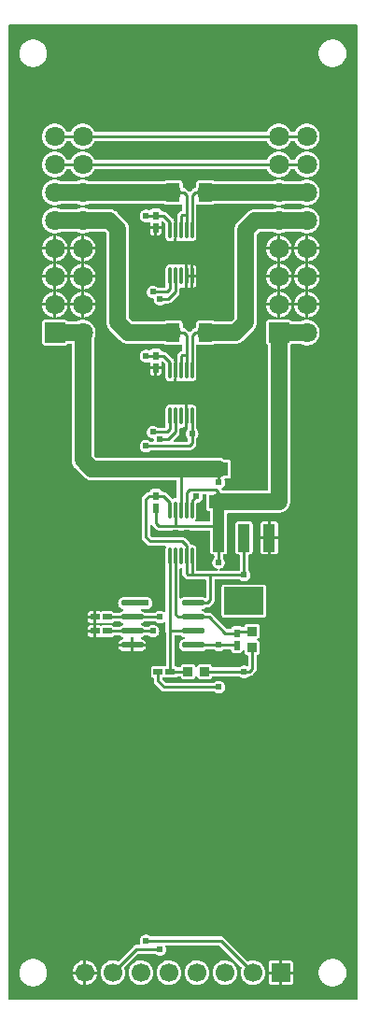
<source format=gbl>
G04 Layer: BottomLayer*
G04 EasyEDA v6.5.39, 2024-01-28 22:23:05*
G04 c3fe260546394cefa430cd682b94bf32,5a6b42c53f6a479593ecc07194224c93,10*
G04 Gerber Generator version 0.2*
G04 Scale: 100 percent, Rotated: No, Reflected: No *
G04 Dimensions in millimeters *
G04 leading zeros omitted , absolute positions ,4 integer and 5 decimal *
%FSLAX45Y45*%
%MOMM*%

%AMMACRO1*21,1,$1,$2,0,0,$3*%
%ADD10C,0.2540*%
%ADD11C,1.0000*%
%ADD12C,1.5000*%
%ADD13MACRO1,0.54X0.7901X-90.0000*%
%ADD14R,0.5400X0.7901*%
%ADD15MACRO1,0.54X0.7901X0.0000*%
%ADD16O,0.2800096X1.620012*%
%ADD17R,1.7010X1.2075*%
%ADD18MACRO1,1.701X1.2075X0.0000*%
%ADD19MACRO1,1.701X1.2075X90.0000*%
%ADD20MACRO1,1.05X2.465X0.0000*%
%ADD21MACRO1,3.54X2.465X0.0000*%
%ADD22R,0.8640X0.8065*%
%ADD23MACRO1,0.864X0.8065X0.0000*%
%ADD24MACRO1,0.864X0.8065X-90.0000*%
%ADD25O,2.0450048X0.58801*%
%ADD26MACRO1,1.8X1.8X90.0000*%
%ADD27C,1.8000*%
%ADD28MACRO1,1.7X1.7X0.0000*%
%ADD29C,1.7000*%
%ADD30C,0.6200*%
%ADD31C,0.0143*%

%LPD*%
G36*
X480568Y2972308D02*
G01*
X476656Y2973070D01*
X473405Y2975305D01*
X471170Y2978556D01*
X470408Y2982468D01*
X470408Y11800332D01*
X471170Y11804243D01*
X473405Y11807494D01*
X476656Y11809730D01*
X480568Y11810492D01*
X3621532Y11810492D01*
X3625443Y11809730D01*
X3628694Y11807494D01*
X3630929Y11804243D01*
X3631692Y11800332D01*
X3631692Y2982468D01*
X3630929Y2978556D01*
X3628694Y2975305D01*
X3625443Y2973070D01*
X3621532Y2972308D01*
G37*

%LPC*%
G36*
X3406394Y11422176D02*
G01*
X3421583Y11423091D01*
X3436518Y11425834D01*
X3451047Y11430355D01*
X3464915Y11436604D01*
X3477920Y11444478D01*
X3489858Y11453876D01*
X3500628Y11464594D01*
X3509975Y11476583D01*
X3517849Y11489588D01*
X3524097Y11503456D01*
X3528618Y11517934D01*
X3531362Y11532920D01*
X3532276Y11548059D01*
X3531362Y11563248D01*
X3528618Y11578234D01*
X3524097Y11592712D01*
X3517849Y11606580D01*
X3509975Y11619585D01*
X3500628Y11631574D01*
X3489858Y11642293D01*
X3477920Y11651691D01*
X3464915Y11659565D01*
X3451047Y11665813D01*
X3436518Y11670334D01*
X3421583Y11673078D01*
X3406394Y11673992D01*
X3391204Y11673078D01*
X3376269Y11670334D01*
X3361740Y11665813D01*
X3347872Y11659565D01*
X3334867Y11651691D01*
X3322929Y11642293D01*
X3312160Y11631574D01*
X3302812Y11619585D01*
X3294938Y11606580D01*
X3288690Y11592712D01*
X3284169Y11578234D01*
X3281426Y11563248D01*
X3280511Y11548059D01*
X3281426Y11532920D01*
X3284169Y11517934D01*
X3288690Y11503456D01*
X3294938Y11489588D01*
X3302812Y11476583D01*
X3312160Y11464594D01*
X3322929Y11453876D01*
X3334867Y11444478D01*
X3347872Y11436604D01*
X3361740Y11430355D01*
X3376269Y11425834D01*
X3391204Y11423091D01*
G37*
G36*
X691388Y3090976D02*
G01*
X706577Y3091891D01*
X721512Y3094634D01*
X736041Y3099155D01*
X749909Y3105404D01*
X762914Y3113278D01*
X774852Y3122676D01*
X785622Y3133394D01*
X794969Y3145383D01*
X802843Y3158388D01*
X809091Y3172256D01*
X813612Y3186734D01*
X816356Y3201720D01*
X817270Y3216859D01*
X816356Y3232048D01*
X813612Y3247034D01*
X809091Y3261512D01*
X802843Y3275380D01*
X794969Y3288385D01*
X785622Y3300374D01*
X774852Y3311093D01*
X762914Y3320491D01*
X749909Y3328365D01*
X736041Y3334613D01*
X721512Y3339134D01*
X706577Y3341878D01*
X691388Y3342792D01*
X676198Y3341878D01*
X661263Y3339134D01*
X646734Y3334613D01*
X632866Y3328365D01*
X619861Y3320491D01*
X607923Y3311093D01*
X597154Y3300374D01*
X587806Y3288385D01*
X579932Y3275380D01*
X573684Y3261512D01*
X569163Y3247034D01*
X566420Y3232048D01*
X565505Y3216859D01*
X566420Y3201720D01*
X569163Y3186734D01*
X573684Y3172256D01*
X579932Y3158388D01*
X587806Y3145383D01*
X597154Y3133394D01*
X607923Y3122676D01*
X619861Y3113278D01*
X632866Y3105404D01*
X646734Y3099155D01*
X661263Y3094634D01*
X676198Y3091891D01*
G37*
G36*
X2950210Y3105962D02*
G01*
X3021939Y3105962D01*
X3028238Y3106674D01*
X3033725Y3108604D01*
X3038602Y3111703D01*
X3042716Y3115767D01*
X3045764Y3120694D01*
X3047695Y3126130D01*
X3048406Y3132480D01*
X3048406Y3204210D01*
X2950210Y3204210D01*
G37*
G36*
X2853080Y3105962D02*
G01*
X2924810Y3105962D01*
X2924810Y3204210D01*
X2826562Y3204210D01*
X2826562Y3132480D01*
X2827274Y3126130D01*
X2829204Y3120694D01*
X2832303Y3115767D01*
X2836367Y3111703D01*
X2841294Y3108604D01*
X2846730Y3106674D01*
G37*
G36*
X2171954Y3106064D02*
G01*
X2186127Y3106521D01*
X2200148Y3108807D01*
X2213813Y3112820D01*
X2226767Y3118561D01*
X2238959Y3125927D01*
X2250033Y3134817D01*
X2259939Y3145028D01*
X2268423Y3156407D01*
X2275382Y3168802D01*
X2280716Y3181959D01*
X2284323Y3195675D01*
X2286152Y3209798D01*
X2286152Y3224022D01*
X2284323Y3238093D01*
X2280716Y3251860D01*
X2275382Y3265017D01*
X2268423Y3277362D01*
X2259939Y3288792D01*
X2250033Y3299002D01*
X2238959Y3307842D01*
X2226767Y3315208D01*
X2213813Y3320948D01*
X2200148Y3325012D01*
X2186127Y3327247D01*
X2171954Y3327704D01*
X2157780Y3326384D01*
X2143963Y3323183D01*
X2130602Y3318306D01*
X2118004Y3311702D01*
X2106371Y3303574D01*
X2095855Y3294024D01*
X2086610Y3283204D01*
X2078888Y3271316D01*
X2072690Y3258515D01*
X2068220Y3245002D01*
X2065528Y3231083D01*
X2064613Y3216910D01*
X2065528Y3202736D01*
X2068220Y3188766D01*
X2072690Y3175304D01*
X2078888Y3162503D01*
X2086610Y3150565D01*
X2095855Y3139744D01*
X2106371Y3130194D01*
X2118004Y3122066D01*
X2130602Y3115513D01*
X2143963Y3110585D01*
X2157780Y3107436D01*
G37*
G36*
X2425954Y3106064D02*
G01*
X2440127Y3106521D01*
X2454148Y3108807D01*
X2467813Y3112820D01*
X2480767Y3118561D01*
X2492959Y3125927D01*
X2504033Y3134817D01*
X2513939Y3145028D01*
X2522423Y3156407D01*
X2529382Y3168802D01*
X2534716Y3181959D01*
X2538323Y3195675D01*
X2540152Y3209798D01*
X2540152Y3224022D01*
X2538323Y3238093D01*
X2534716Y3251860D01*
X2529382Y3265017D01*
X2522423Y3277362D01*
X2513939Y3288792D01*
X2504033Y3299002D01*
X2492959Y3307842D01*
X2480767Y3315208D01*
X2467813Y3320948D01*
X2454148Y3325012D01*
X2440127Y3327247D01*
X2425954Y3327704D01*
X2411780Y3326384D01*
X2397963Y3323183D01*
X2384602Y3318306D01*
X2372004Y3311702D01*
X2360371Y3303574D01*
X2349855Y3294024D01*
X2340610Y3283204D01*
X2332888Y3271316D01*
X2326690Y3258515D01*
X2322220Y3245002D01*
X2319528Y3231083D01*
X2318613Y3216910D01*
X2319528Y3202736D01*
X2322220Y3188766D01*
X2326690Y3175304D01*
X2332888Y3162503D01*
X2340610Y3150565D01*
X2349855Y3139744D01*
X2360371Y3130194D01*
X2372004Y3122066D01*
X2384602Y3115513D01*
X2397963Y3110585D01*
X2411780Y3107436D01*
G37*
G36*
X1917954Y3106064D02*
G01*
X1932127Y3106521D01*
X1946148Y3108807D01*
X1959813Y3112820D01*
X1972767Y3118561D01*
X1984959Y3125927D01*
X1996033Y3134817D01*
X2005939Y3145028D01*
X2014423Y3156407D01*
X2021382Y3168802D01*
X2026716Y3181959D01*
X2030323Y3195675D01*
X2032152Y3209798D01*
X2032152Y3224022D01*
X2030323Y3238093D01*
X2026716Y3251860D01*
X2021382Y3265017D01*
X2014423Y3277362D01*
X2005939Y3288792D01*
X1996033Y3299002D01*
X1984959Y3307842D01*
X1972767Y3315208D01*
X1959813Y3320948D01*
X1946148Y3325012D01*
X1932127Y3327247D01*
X1917954Y3327704D01*
X1903780Y3326384D01*
X1889963Y3323183D01*
X1876602Y3318306D01*
X1864004Y3311702D01*
X1852371Y3303574D01*
X1841855Y3294024D01*
X1832610Y3283204D01*
X1824888Y3271316D01*
X1818690Y3258515D01*
X1814220Y3245002D01*
X1811528Y3231083D01*
X1810613Y3216910D01*
X1811528Y3202736D01*
X1814220Y3188766D01*
X1818690Y3175304D01*
X1824888Y3162503D01*
X1832610Y3150565D01*
X1841855Y3139744D01*
X1852371Y3130194D01*
X1864004Y3122066D01*
X1876602Y3115513D01*
X1889963Y3110585D01*
X1903780Y3107436D01*
G37*
G36*
X1663954Y3106064D02*
G01*
X1678127Y3106521D01*
X1692148Y3108807D01*
X1705813Y3112820D01*
X1718767Y3118561D01*
X1730959Y3125927D01*
X1742033Y3134817D01*
X1751939Y3145028D01*
X1760423Y3156407D01*
X1767382Y3168802D01*
X1772716Y3181959D01*
X1776323Y3195675D01*
X1778152Y3209798D01*
X1778152Y3224022D01*
X1776323Y3238093D01*
X1772716Y3251860D01*
X1767382Y3265017D01*
X1760423Y3277362D01*
X1751939Y3288792D01*
X1742033Y3299002D01*
X1730959Y3307842D01*
X1718767Y3315208D01*
X1705813Y3320948D01*
X1692148Y3325012D01*
X1678127Y3327247D01*
X1663954Y3327704D01*
X1649780Y3326384D01*
X1635963Y3323183D01*
X1622602Y3318306D01*
X1610004Y3311702D01*
X1598371Y3303574D01*
X1587855Y3294024D01*
X1578610Y3283204D01*
X1570888Y3271316D01*
X1564690Y3258515D01*
X1560220Y3245002D01*
X1557528Y3231083D01*
X1556613Y3216910D01*
X1557528Y3202736D01*
X1560220Y3188766D01*
X1564690Y3175304D01*
X1570888Y3162503D01*
X1578610Y3150565D01*
X1587855Y3139744D01*
X1598371Y3130194D01*
X1610004Y3122066D01*
X1622602Y3115513D01*
X1635963Y3110585D01*
X1649780Y3107436D01*
G37*
G36*
X1409954Y3106064D02*
G01*
X1424127Y3106521D01*
X1438148Y3108807D01*
X1451813Y3112820D01*
X1464767Y3118561D01*
X1476959Y3125927D01*
X1488033Y3134817D01*
X1497939Y3145028D01*
X1506423Y3156407D01*
X1513382Y3168802D01*
X1518716Y3181959D01*
X1522323Y3195675D01*
X1524152Y3209798D01*
X1524152Y3224022D01*
X1522323Y3238093D01*
X1518716Y3251860D01*
X1516735Y3256788D01*
X1515973Y3260648D01*
X1516786Y3264509D01*
X1518970Y3267760D01*
X1638604Y3387394D01*
X1641906Y3389629D01*
X1645818Y3390392D01*
X1795780Y3390392D01*
X1799336Y3389731D01*
X1802485Y3387851D01*
X1807667Y3383279D01*
X1815896Y3378200D01*
X1824837Y3374644D01*
X1834286Y3372612D01*
X1843938Y3372154D01*
X1853488Y3373424D01*
X1862683Y3376218D01*
X1871319Y3380587D01*
X1879092Y3386328D01*
X1885746Y3393287D01*
X1891131Y3401263D01*
X1895144Y3410051D01*
X1897532Y3419398D01*
X1898396Y3429000D01*
X1897532Y3438601D01*
X1895144Y3447948D01*
X1893163Y3452266D01*
X1892300Y3456178D01*
X1892960Y3460140D01*
X1895144Y3463544D01*
X1898497Y3465779D01*
X1902460Y3466592D01*
X2375001Y3466592D01*
X2378913Y3465829D01*
X2382215Y3463594D01*
X2577947Y3267913D01*
X2580030Y3264814D01*
X2580894Y3261207D01*
X2580386Y3257499D01*
X2576220Y3245002D01*
X2573528Y3231083D01*
X2572613Y3216910D01*
X2573528Y3202736D01*
X2576220Y3188766D01*
X2580690Y3175304D01*
X2586888Y3162503D01*
X2594610Y3150565D01*
X2603855Y3139744D01*
X2614371Y3130194D01*
X2626004Y3122066D01*
X2638602Y3115513D01*
X2651963Y3110585D01*
X2665780Y3107436D01*
X2679954Y3106064D01*
X2694127Y3106521D01*
X2708148Y3108807D01*
X2721813Y3112820D01*
X2734767Y3118561D01*
X2746959Y3125927D01*
X2758033Y3134817D01*
X2767939Y3145028D01*
X2776423Y3156407D01*
X2783382Y3168802D01*
X2788716Y3181959D01*
X2792323Y3195675D01*
X2794152Y3209798D01*
X2794152Y3224022D01*
X2792323Y3238093D01*
X2788716Y3251860D01*
X2783382Y3265017D01*
X2776423Y3277362D01*
X2767939Y3288792D01*
X2758033Y3299002D01*
X2746959Y3307842D01*
X2734767Y3315208D01*
X2721813Y3320948D01*
X2708148Y3325012D01*
X2694127Y3327247D01*
X2679954Y3327704D01*
X2665780Y3326384D01*
X2651963Y3323183D01*
X2643327Y3320034D01*
X2639568Y3319424D01*
X2635808Y3320237D01*
X2632659Y3322370D01*
X2422855Y3532124D01*
X2416657Y3537254D01*
X2409952Y3540810D01*
X2402738Y3542995D01*
X2394712Y3543808D01*
X1760321Y3543808D01*
X1756359Y3544620D01*
X1744319Y3553612D01*
X1735683Y3557981D01*
X1726488Y3560775D01*
X1716938Y3562045D01*
X1707286Y3561587D01*
X1697837Y3559556D01*
X1688896Y3556000D01*
X1680667Y3550920D01*
X1673453Y3544570D01*
X1667357Y3537051D01*
X1662684Y3528618D01*
X1659483Y3519525D01*
X1657857Y3510026D01*
X1657857Y3500374D01*
X1659483Y3490874D01*
X1662887Y3481171D01*
X1663446Y3477361D01*
X1662582Y3473602D01*
X1660347Y3470452D01*
X1657096Y3468319D01*
X1653336Y3467608D01*
X1626107Y3467608D01*
X1618081Y3466795D01*
X1610868Y3464610D01*
X1604162Y3461054D01*
X1597964Y3455924D01*
X1464462Y3322472D01*
X1461109Y3320237D01*
X1457096Y3319475D01*
X1438148Y3325012D01*
X1424127Y3327247D01*
X1409954Y3327704D01*
X1395780Y3326384D01*
X1381963Y3323183D01*
X1368602Y3318306D01*
X1356004Y3311702D01*
X1344371Y3303574D01*
X1333855Y3294024D01*
X1324610Y3283204D01*
X1316888Y3271316D01*
X1310690Y3258515D01*
X1306220Y3245002D01*
X1303528Y3231083D01*
X1302613Y3216910D01*
X1303528Y3202736D01*
X1306220Y3188766D01*
X1310690Y3175304D01*
X1316888Y3162503D01*
X1324610Y3150565D01*
X1333855Y3139744D01*
X1344371Y3130194D01*
X1356004Y3122066D01*
X1368602Y3115513D01*
X1381963Y3110585D01*
X1395780Y3107436D01*
G37*
G36*
X691388Y11422176D02*
G01*
X706577Y11423091D01*
X721512Y11425834D01*
X736041Y11430355D01*
X749909Y11436604D01*
X762914Y11444478D01*
X774852Y11453876D01*
X785622Y11464594D01*
X794969Y11476583D01*
X802843Y11489588D01*
X809091Y11503456D01*
X813612Y11517934D01*
X816356Y11532920D01*
X817270Y11548059D01*
X816356Y11563248D01*
X813612Y11578234D01*
X809091Y11592712D01*
X802843Y11606580D01*
X794969Y11619585D01*
X785622Y11631574D01*
X774852Y11642293D01*
X762914Y11651691D01*
X749909Y11659565D01*
X736041Y11665813D01*
X721512Y11670334D01*
X706577Y11673078D01*
X691388Y11673992D01*
X676198Y11673078D01*
X661263Y11670334D01*
X646734Y11665813D01*
X632866Y11659565D01*
X619861Y11651691D01*
X607923Y11642293D01*
X597154Y11631574D01*
X587806Y11619585D01*
X579932Y11606580D01*
X573684Y11592712D01*
X569163Y11578234D01*
X566420Y11563248D01*
X565505Y11548059D01*
X566420Y11532920D01*
X569163Y11517934D01*
X573684Y11503456D01*
X579932Y11489588D01*
X587806Y11476583D01*
X597154Y11464594D01*
X607923Y11453876D01*
X619861Y11444478D01*
X632866Y11436604D01*
X646734Y11430355D01*
X661263Y11425834D01*
X676198Y11423091D01*
G37*
G36*
X1172210Y3106877D02*
G01*
X1184148Y3108807D01*
X1197813Y3112820D01*
X1210767Y3118561D01*
X1222959Y3125927D01*
X1234033Y3134817D01*
X1243939Y3145028D01*
X1252423Y3156407D01*
X1259382Y3168802D01*
X1264716Y3181959D01*
X1268323Y3195675D01*
X1269441Y3204210D01*
X1172210Y3204210D01*
G37*
G36*
X1146810Y3106928D02*
G01*
X1146810Y3204210D01*
X1049426Y3204210D01*
X1049528Y3202736D01*
X1052220Y3188766D01*
X1056690Y3175304D01*
X1062888Y3162503D01*
X1070610Y3150565D01*
X1079855Y3139744D01*
X1090371Y3130194D01*
X1102004Y3122066D01*
X1114602Y3115513D01*
X1127963Y3110585D01*
X1141780Y3107436D01*
G37*
G36*
X1172210Y3229610D02*
G01*
X1269441Y3229610D01*
X1268323Y3238093D01*
X1264716Y3251860D01*
X1259382Y3265017D01*
X1252423Y3277362D01*
X1243939Y3288792D01*
X1234033Y3299002D01*
X1222959Y3307842D01*
X1210767Y3315208D01*
X1197813Y3320948D01*
X1184148Y3325012D01*
X1172210Y3326942D01*
G37*
G36*
X1049426Y3229610D02*
G01*
X1146810Y3229610D01*
X1146810Y3326841D01*
X1141780Y3326384D01*
X1127963Y3323183D01*
X1114602Y3318306D01*
X1102004Y3311702D01*
X1090371Y3303574D01*
X1079855Y3294024D01*
X1070610Y3283204D01*
X1062888Y3271316D01*
X1056690Y3258515D01*
X1052220Y3245002D01*
X1049528Y3231083D01*
G37*
G36*
X2950210Y3229610D02*
G01*
X3048406Y3229610D01*
X3048406Y3301339D01*
X3047695Y3307638D01*
X3045764Y3313125D01*
X3042716Y3318001D01*
X3038602Y3322116D01*
X3033725Y3325164D01*
X3028238Y3327095D01*
X3021939Y3327806D01*
X2950210Y3327806D01*
G37*
G36*
X2826562Y3229610D02*
G01*
X2924810Y3229610D01*
X2924810Y3327806D01*
X2853080Y3327806D01*
X2846730Y3327095D01*
X2841294Y3325164D01*
X2836367Y3322116D01*
X2832303Y3318001D01*
X2829204Y3313125D01*
X2827274Y3307638D01*
X2826562Y3301339D01*
G37*
G36*
X889000Y10679125D02*
G01*
X903528Y10680039D01*
X917803Y10682732D01*
X931671Y10687253D01*
X944829Y10693450D01*
X957122Y10701223D01*
X968349Y10710519D01*
X978306Y10721136D01*
X986840Y10732922D01*
X993851Y10745673D01*
X995578Y10749991D01*
X997762Y10753344D01*
X1001064Y10755630D01*
X1005027Y10756392D01*
X1026972Y10756392D01*
X1030935Y10755630D01*
X1034237Y10753344D01*
X1036421Y10749991D01*
X1038148Y10745673D01*
X1045159Y10732922D01*
X1053693Y10721136D01*
X1063650Y10710519D01*
X1074877Y10701223D01*
X1087170Y10693450D01*
X1100328Y10687253D01*
X1114196Y10682732D01*
X1128471Y10680039D01*
X1143000Y10679125D01*
X1157528Y10680039D01*
X1171803Y10682732D01*
X1185672Y10687253D01*
X1198829Y10693450D01*
X1211122Y10701223D01*
X1222349Y10710519D01*
X1232306Y10721136D01*
X1240840Y10732922D01*
X1247851Y10745673D01*
X1249578Y10749991D01*
X1251762Y10753344D01*
X1255064Y10755630D01*
X1259027Y10756392D01*
X2804972Y10756392D01*
X2808935Y10755630D01*
X2812237Y10753344D01*
X2814421Y10749991D01*
X2816148Y10745673D01*
X2823159Y10732922D01*
X2831693Y10721136D01*
X2841650Y10710519D01*
X2852877Y10701223D01*
X2865170Y10693450D01*
X2878328Y10687253D01*
X2892196Y10682732D01*
X2906471Y10680039D01*
X2921000Y10679125D01*
X2935528Y10680039D01*
X2949803Y10682732D01*
X2963672Y10687253D01*
X2976829Y10693450D01*
X2989122Y10701223D01*
X3000349Y10710519D01*
X3010306Y10721136D01*
X3018840Y10732922D01*
X3025851Y10745673D01*
X3027578Y10749991D01*
X3029762Y10753344D01*
X3033064Y10755630D01*
X3037027Y10756392D01*
X3058972Y10756392D01*
X3062935Y10755630D01*
X3066237Y10753344D01*
X3068421Y10749991D01*
X3070148Y10745673D01*
X3077159Y10732922D01*
X3085693Y10721136D01*
X3095650Y10710519D01*
X3106877Y10701223D01*
X3119170Y10693450D01*
X3132328Y10687253D01*
X3146196Y10682732D01*
X3160471Y10680039D01*
X3175000Y10679125D01*
X3189528Y10680039D01*
X3203803Y10682732D01*
X3217672Y10687253D01*
X3230829Y10693450D01*
X3243122Y10701223D01*
X3254349Y10710519D01*
X3264306Y10721136D01*
X3272840Y10732922D01*
X3279851Y10745673D01*
X3285236Y10759186D01*
X3288842Y10773308D01*
X3290671Y10787735D01*
X3290671Y10802264D01*
X3288842Y10816691D01*
X3285236Y10830814D01*
X3279851Y10844326D01*
X3272840Y10857077D01*
X3264306Y10868863D01*
X3254349Y10879480D01*
X3243122Y10888776D01*
X3230829Y10896549D01*
X3217672Y10902746D01*
X3203803Y10907268D01*
X3189528Y10909960D01*
X3175000Y10910874D01*
X3160471Y10909960D01*
X3146196Y10907268D01*
X3132328Y10902746D01*
X3119170Y10896549D01*
X3106877Y10888776D01*
X3095650Y10879480D01*
X3085693Y10868863D01*
X3077159Y10857077D01*
X3070148Y10844326D01*
X3068421Y10840059D01*
X3066237Y10836656D01*
X3062935Y10834420D01*
X3058972Y10833608D01*
X3037027Y10833608D01*
X3033064Y10834420D01*
X3029762Y10836656D01*
X3027578Y10840059D01*
X3025851Y10844326D01*
X3018840Y10857077D01*
X3010306Y10868863D01*
X3000349Y10879480D01*
X2989122Y10888776D01*
X2976829Y10896549D01*
X2963672Y10902746D01*
X2949803Y10907268D01*
X2935528Y10909960D01*
X2921000Y10910874D01*
X2906471Y10909960D01*
X2892196Y10907268D01*
X2878328Y10902746D01*
X2865170Y10896549D01*
X2852877Y10888776D01*
X2841650Y10879480D01*
X2831693Y10868863D01*
X2823159Y10857077D01*
X2816148Y10844326D01*
X2814421Y10840059D01*
X2812237Y10836656D01*
X2808935Y10834420D01*
X2804972Y10833608D01*
X1259027Y10833608D01*
X1255064Y10834420D01*
X1251762Y10836656D01*
X1249578Y10840059D01*
X1247851Y10844326D01*
X1240840Y10857077D01*
X1232306Y10868863D01*
X1222349Y10879480D01*
X1211122Y10888776D01*
X1198829Y10896549D01*
X1185672Y10902746D01*
X1171803Y10907268D01*
X1157528Y10909960D01*
X1143000Y10910874D01*
X1128471Y10909960D01*
X1114196Y10907268D01*
X1100328Y10902746D01*
X1087170Y10896549D01*
X1074877Y10888776D01*
X1063650Y10879480D01*
X1053693Y10868863D01*
X1045159Y10857077D01*
X1038148Y10844326D01*
X1036421Y10840059D01*
X1034237Y10836656D01*
X1030935Y10834420D01*
X1026972Y10833608D01*
X1005027Y10833608D01*
X1001064Y10834420D01*
X997762Y10836656D01*
X995578Y10840059D01*
X993851Y10844326D01*
X986840Y10857077D01*
X978306Y10868863D01*
X968349Y10879480D01*
X957122Y10888776D01*
X944829Y10896549D01*
X931671Y10902746D01*
X917803Y10907268D01*
X903528Y10909960D01*
X889000Y10910874D01*
X874471Y10909960D01*
X860196Y10907268D01*
X846328Y10902746D01*
X833170Y10896549D01*
X820877Y10888776D01*
X809650Y10879480D01*
X799693Y10868863D01*
X791159Y10857077D01*
X784148Y10844326D01*
X778764Y10830814D01*
X775157Y10816691D01*
X773328Y10802264D01*
X773328Y10787735D01*
X775157Y10773308D01*
X778764Y10759186D01*
X784148Y10745673D01*
X791159Y10732922D01*
X799693Y10721136D01*
X809650Y10710519D01*
X820877Y10701223D01*
X833170Y10693450D01*
X846328Y10687253D01*
X860196Y10682732D01*
X874471Y10680039D01*
G37*
G36*
X889000Y10425125D02*
G01*
X903528Y10426039D01*
X917803Y10428732D01*
X931671Y10433253D01*
X944829Y10439450D01*
X957122Y10447223D01*
X968349Y10456519D01*
X978306Y10467136D01*
X986840Y10478922D01*
X993851Y10491673D01*
X995578Y10495991D01*
X997762Y10499344D01*
X1001064Y10501630D01*
X1005027Y10502392D01*
X1026972Y10502392D01*
X1030935Y10501630D01*
X1034237Y10499344D01*
X1036421Y10495991D01*
X1038148Y10491673D01*
X1045159Y10478922D01*
X1053693Y10467136D01*
X1063650Y10456519D01*
X1074877Y10447223D01*
X1087170Y10439450D01*
X1100328Y10433253D01*
X1114196Y10428732D01*
X1128471Y10426039D01*
X1143000Y10425125D01*
X1157528Y10426039D01*
X1171803Y10428732D01*
X1185672Y10433253D01*
X1198829Y10439450D01*
X1211122Y10447223D01*
X1222349Y10456519D01*
X1232306Y10467136D01*
X1240840Y10478922D01*
X1247851Y10491673D01*
X1249578Y10495991D01*
X1251762Y10499344D01*
X1255064Y10501630D01*
X1259027Y10502392D01*
X2804972Y10502392D01*
X2808935Y10501630D01*
X2812237Y10499344D01*
X2814421Y10495991D01*
X2816148Y10491673D01*
X2823159Y10478922D01*
X2831693Y10467136D01*
X2841650Y10456519D01*
X2852877Y10447223D01*
X2865170Y10439450D01*
X2878328Y10433253D01*
X2892196Y10428732D01*
X2906471Y10426039D01*
X2921000Y10425125D01*
X2935528Y10426039D01*
X2949803Y10428732D01*
X2963672Y10433253D01*
X2976829Y10439450D01*
X2989122Y10447223D01*
X3000349Y10456519D01*
X3010306Y10467136D01*
X3018840Y10478922D01*
X3025851Y10491673D01*
X3027578Y10495991D01*
X3029762Y10499344D01*
X3033064Y10501630D01*
X3037027Y10502392D01*
X3058972Y10502392D01*
X3062935Y10501630D01*
X3066237Y10499344D01*
X3068421Y10495991D01*
X3070148Y10491673D01*
X3077159Y10478922D01*
X3085693Y10467136D01*
X3095650Y10456519D01*
X3106877Y10447223D01*
X3119170Y10439450D01*
X3132328Y10433253D01*
X3146196Y10428732D01*
X3160471Y10426039D01*
X3175000Y10425125D01*
X3189528Y10426039D01*
X3203803Y10428732D01*
X3217672Y10433253D01*
X3230829Y10439450D01*
X3243122Y10447223D01*
X3254349Y10456519D01*
X3264306Y10467136D01*
X3272840Y10478922D01*
X3279851Y10491673D01*
X3285236Y10505186D01*
X3288842Y10519308D01*
X3290671Y10533735D01*
X3290671Y10548264D01*
X3288842Y10562691D01*
X3285236Y10576814D01*
X3279851Y10590326D01*
X3272840Y10603077D01*
X3264306Y10614863D01*
X3254349Y10625480D01*
X3243122Y10634776D01*
X3230829Y10642549D01*
X3217672Y10648746D01*
X3203803Y10653268D01*
X3189528Y10655960D01*
X3175000Y10656874D01*
X3160471Y10655960D01*
X3146196Y10653268D01*
X3132328Y10648746D01*
X3119170Y10642549D01*
X3106877Y10634776D01*
X3095650Y10625480D01*
X3085693Y10614863D01*
X3077159Y10603077D01*
X3070148Y10590326D01*
X3068421Y10586059D01*
X3066237Y10582656D01*
X3062935Y10580420D01*
X3058972Y10579608D01*
X3037027Y10579608D01*
X3033064Y10580420D01*
X3029762Y10582656D01*
X3027578Y10586059D01*
X3025851Y10590326D01*
X3018840Y10603077D01*
X3010306Y10614863D01*
X3000349Y10625480D01*
X2989122Y10634776D01*
X2976829Y10642549D01*
X2963672Y10648746D01*
X2949803Y10653268D01*
X2935528Y10655960D01*
X2921000Y10656874D01*
X2906471Y10655960D01*
X2892196Y10653268D01*
X2878328Y10648746D01*
X2865170Y10642549D01*
X2852877Y10634776D01*
X2841650Y10625480D01*
X2831693Y10614863D01*
X2823159Y10603077D01*
X2816148Y10590326D01*
X2814421Y10586059D01*
X2812237Y10582656D01*
X2808935Y10580420D01*
X2804972Y10579608D01*
X1259027Y10579608D01*
X1255064Y10580420D01*
X1251762Y10582656D01*
X1249578Y10586059D01*
X1247851Y10590326D01*
X1240840Y10603077D01*
X1232306Y10614863D01*
X1222349Y10625480D01*
X1211122Y10634776D01*
X1198829Y10642549D01*
X1185672Y10648746D01*
X1171803Y10653268D01*
X1157528Y10655960D01*
X1143000Y10656874D01*
X1128471Y10655960D01*
X1114196Y10653268D01*
X1100328Y10648746D01*
X1087170Y10642549D01*
X1074877Y10634776D01*
X1063650Y10625480D01*
X1053693Y10614863D01*
X1045159Y10603077D01*
X1038148Y10590326D01*
X1036421Y10586059D01*
X1034237Y10582656D01*
X1030935Y10580420D01*
X1026972Y10579608D01*
X1005027Y10579608D01*
X1001064Y10580420D01*
X997762Y10582656D01*
X995578Y10586059D01*
X993851Y10590326D01*
X986840Y10603077D01*
X978306Y10614863D01*
X968349Y10625480D01*
X957122Y10634776D01*
X944829Y10642549D01*
X931671Y10648746D01*
X917803Y10653268D01*
X903528Y10655960D01*
X889000Y10656874D01*
X874471Y10655960D01*
X860196Y10653268D01*
X846328Y10648746D01*
X833170Y10642549D01*
X820877Y10634776D01*
X809650Y10625480D01*
X799693Y10614863D01*
X791159Y10603077D01*
X784148Y10590326D01*
X778764Y10576814D01*
X775157Y10562691D01*
X773328Y10548264D01*
X773328Y10533735D01*
X775157Y10519308D01*
X778764Y10505186D01*
X784148Y10491673D01*
X791159Y10478922D01*
X799693Y10467136D01*
X809650Y10456519D01*
X820877Y10447223D01*
X833170Y10439450D01*
X846328Y10433253D01*
X860196Y10428732D01*
X874471Y10426039D01*
G37*
G36*
X1816100Y9900361D02*
G01*
X1829816Y9900361D01*
X1836166Y9901072D01*
X1841601Y9903002D01*
X1846529Y9906101D01*
X1850593Y9910165D01*
X1853692Y9915093D01*
X1855571Y9920528D01*
X1856282Y9926878D01*
X1856282Y9953091D01*
X1816100Y9953091D01*
G37*
G36*
X2377338Y5747054D02*
G01*
X2386888Y5748324D01*
X2396083Y5751118D01*
X2404719Y5755487D01*
X2412492Y5761228D01*
X2419146Y5768187D01*
X2424531Y5776163D01*
X2428544Y5784951D01*
X2430932Y5794298D01*
X2431796Y5803900D01*
X2430932Y5813501D01*
X2428544Y5822848D01*
X2424531Y5831636D01*
X2419146Y5839612D01*
X2412492Y5846572D01*
X2404719Y5852312D01*
X2396083Y5856681D01*
X2386888Y5859475D01*
X2377338Y5860745D01*
X2367686Y5860288D01*
X2358237Y5858256D01*
X2349296Y5854700D01*
X2341067Y5849620D01*
X2335885Y5845048D01*
X2332736Y5843168D01*
X2329180Y5842508D01*
X1899818Y5842508D01*
X1895906Y5843270D01*
X1892604Y5845505D01*
X1866696Y5871413D01*
X1864461Y5874715D01*
X1863699Y5878626D01*
X1863699Y5881878D01*
X1864563Y5885942D01*
X1866950Y5889294D01*
X1870506Y5891479D01*
X1876247Y5893460D01*
X1879600Y5894019D01*
X1882952Y5893460D01*
X1888845Y5891428D01*
X1895195Y5890666D01*
X1973021Y5890666D01*
X1979371Y5891428D01*
X1984806Y5893308D01*
X1989734Y5896406D01*
X1996084Y5902909D01*
X1999030Y5904433D01*
X2002282Y5904992D01*
X2020620Y5904992D01*
X2024227Y5904331D01*
X2027377Y5902401D01*
X2029663Y5899505D01*
X2030831Y5894628D01*
X2032762Y5889193D01*
X2035860Y5884265D01*
X2039924Y5880201D01*
X2044852Y5877102D01*
X2050288Y5875223D01*
X2056638Y5874512D01*
X2136140Y5874512D01*
X2142439Y5875223D01*
X2147925Y5877102D01*
X2152802Y5880201D01*
X2156917Y5884265D01*
X2159965Y5889193D01*
X2162098Y5895238D01*
X2164232Y5898794D01*
X2167636Y5901232D01*
X2171700Y5902045D01*
X2175764Y5901232D01*
X2179167Y5898794D01*
X2181301Y5895238D01*
X2183434Y5889193D01*
X2186482Y5884265D01*
X2190597Y5880201D01*
X2195474Y5877102D01*
X2200960Y5875223D01*
X2207260Y5874512D01*
X2286762Y5874512D01*
X2293112Y5875223D01*
X2298547Y5877102D01*
X2303475Y5880201D01*
X2307539Y5884265D01*
X2310638Y5889193D01*
X2312568Y5894628D01*
X2313736Y5899505D01*
X2316022Y5902401D01*
X2319172Y5904331D01*
X2322779Y5904992D01*
X2557780Y5904992D01*
X2561336Y5904331D01*
X2564485Y5902452D01*
X2569667Y5897880D01*
X2577896Y5892800D01*
X2586837Y5889244D01*
X2596286Y5887212D01*
X2605938Y5886754D01*
X2615488Y5888024D01*
X2624683Y5890818D01*
X2633319Y5895187D01*
X2645359Y5904179D01*
X2649321Y5904992D01*
X2653792Y5904992D01*
X2661818Y5905804D01*
X2669032Y5907989D01*
X2675737Y5911545D01*
X2681935Y5916676D01*
X2706624Y5941364D01*
X2711754Y5947562D01*
X2715310Y5954268D01*
X2717495Y5961481D01*
X2718308Y5969508D01*
X2718308Y6084620D01*
X2718968Y6088227D01*
X2720898Y6091377D01*
X2723794Y6093663D01*
X2728671Y6094831D01*
X2734106Y6096762D01*
X2739034Y6099860D01*
X2743098Y6103924D01*
X2746197Y6108852D01*
X2748076Y6114288D01*
X2748788Y6120638D01*
X2748788Y6200140D01*
X2748076Y6206439D01*
X2746197Y6211925D01*
X2743098Y6216802D01*
X2739034Y6220917D01*
X2734106Y6223965D01*
X2728061Y6226098D01*
X2724505Y6228232D01*
X2722067Y6231636D01*
X2721254Y6235700D01*
X2722067Y6239764D01*
X2724505Y6243167D01*
X2728061Y6245301D01*
X2734106Y6247434D01*
X2739034Y6250482D01*
X2743098Y6254597D01*
X2746197Y6259474D01*
X2748076Y6264960D01*
X2748788Y6271260D01*
X2748788Y6350762D01*
X2748076Y6357112D01*
X2746197Y6362547D01*
X2743098Y6367475D01*
X2739034Y6371539D01*
X2734106Y6374638D01*
X2728671Y6376568D01*
X2722321Y6377279D01*
X2637078Y6377279D01*
X2630728Y6376568D01*
X2625293Y6374638D01*
X2620365Y6371539D01*
X2616301Y6367475D01*
X2613202Y6362547D01*
X2611069Y6356451D01*
X2608935Y6352895D01*
X2605532Y6350508D01*
X2601468Y6349644D01*
X2586482Y6349644D01*
X2583637Y6350050D01*
X2581046Y6351219D01*
X2578201Y6352997D01*
X2572766Y6354927D01*
X2566416Y6355638D01*
X2513584Y6355638D01*
X2507234Y6354927D01*
X2501798Y6352997D01*
X2496870Y6349898D01*
X2492806Y6345834D01*
X2489708Y6340906D01*
X2487879Y6335623D01*
X2485694Y6332067D01*
X2482342Y6329680D01*
X2478278Y6328816D01*
X2454910Y6328816D01*
X2450998Y6329578D01*
X2447696Y6331813D01*
X2313635Y6465824D01*
X2307437Y6470954D01*
X2300732Y6474510D01*
X2293518Y6476695D01*
X2285492Y6477508D01*
X2260447Y6477508D01*
X2256586Y6478270D01*
X2244648Y6486753D01*
X2235911Y6490817D01*
X2229358Y6492595D01*
X2225497Y6494627D01*
X2222804Y6498082D01*
X2221839Y6502400D01*
X2222804Y6506718D01*
X2225497Y6510172D01*
X2229358Y6512204D01*
X2235911Y6513982D01*
X2244648Y6518046D01*
X2256586Y6526530D01*
X2260447Y6527292D01*
X2272792Y6527292D01*
X2280818Y6528104D01*
X2288032Y6530289D01*
X2294737Y6533845D01*
X2300935Y6538976D01*
X2325624Y6563664D01*
X2330754Y6569862D01*
X2334310Y6576568D01*
X2336495Y6583781D01*
X2337308Y6591808D01*
X2337308Y6771131D01*
X2338070Y6775043D01*
X2340305Y6778294D01*
X2343556Y6780530D01*
X2347468Y6781292D01*
X2557780Y6781292D01*
X2561336Y6780631D01*
X2564485Y6778752D01*
X2569667Y6774180D01*
X2577896Y6769100D01*
X2586837Y6765544D01*
X2596286Y6763512D01*
X2605938Y6763054D01*
X2615488Y6764324D01*
X2624683Y6767118D01*
X2633319Y6771487D01*
X2641092Y6777228D01*
X2647746Y6784187D01*
X2653131Y6792163D01*
X2657144Y6800951D01*
X2659532Y6810298D01*
X2660396Y6819900D01*
X2659532Y6829501D01*
X2657144Y6838848D01*
X2653131Y6847636D01*
X2647746Y6855612D01*
X2644952Y6858558D01*
X2642819Y6861809D01*
X2642108Y6865620D01*
X2642108Y6997141D01*
X2642870Y7001002D01*
X2645105Y7004303D01*
X2648356Y7006539D01*
X2652268Y7007301D01*
X2655417Y7007301D01*
X2661767Y7008012D01*
X2667203Y7009892D01*
X2672130Y7012990D01*
X2676194Y7017105D01*
X2679293Y7021982D01*
X2681173Y7027468D01*
X2681884Y7033768D01*
X2681884Y7279131D01*
X2681173Y7285431D01*
X2679293Y7290917D01*
X2676194Y7295794D01*
X2672130Y7299909D01*
X2667203Y7303008D01*
X2661767Y7304887D01*
X2655417Y7305598D01*
X2551582Y7305598D01*
X2545232Y7304887D01*
X2539796Y7303008D01*
X2534869Y7299909D01*
X2530805Y7295794D01*
X2527706Y7290917D01*
X2525826Y7285431D01*
X2525115Y7279131D01*
X2525115Y7033768D01*
X2525826Y7027468D01*
X2527706Y7021982D01*
X2530805Y7017105D01*
X2534869Y7012990D01*
X2539796Y7009892D01*
X2545232Y7008012D01*
X2551582Y7007301D01*
X2554732Y7007301D01*
X2558643Y7006539D01*
X2561894Y7004303D01*
X2564130Y7001002D01*
X2564892Y6997141D01*
X2564892Y6868668D01*
X2564130Y6864756D01*
X2561894Y6861505D01*
X2558643Y6859270D01*
X2554732Y6858508D01*
X2387752Y6858508D01*
X2383739Y6859320D01*
X2380335Y6861657D01*
X2378202Y6865162D01*
X2377592Y6869226D01*
X2378659Y6873189D01*
X2381148Y6876440D01*
X2384755Y6878370D01*
X2394712Y6881418D01*
X2403297Y6885787D01*
X2411069Y6891528D01*
X2417775Y6898487D01*
X2423160Y6906463D01*
X2427122Y6915251D01*
X2429560Y6924598D01*
X2430373Y6934200D01*
X2429560Y6943801D01*
X2427122Y6953148D01*
X2423160Y6961936D01*
X2417775Y6969912D01*
X2414930Y6972858D01*
X2412847Y6976109D01*
X2412136Y6979920D01*
X2412136Y6997141D01*
X2412898Y7001002D01*
X2415082Y7004303D01*
X2418384Y7006539D01*
X2422296Y7007301D01*
X2425446Y7007301D01*
X2431745Y7008012D01*
X2437231Y7009892D01*
X2442108Y7012990D01*
X2446223Y7017105D01*
X2449271Y7021982D01*
X2451201Y7027468D01*
X2451912Y7033768D01*
X2451912Y7279131D01*
X2451201Y7285431D01*
X2449931Y7290917D01*
X2450287Y7373874D01*
X2451100Y7377734D01*
X2453284Y7380986D01*
X2456586Y7383170D01*
X2460447Y7383983D01*
X2920644Y7383983D01*
X2934157Y7384846D01*
X2947111Y7387437D01*
X2959608Y7391653D01*
X2971444Y7397496D01*
X2982417Y7404811D01*
X2992323Y7413548D01*
X3001060Y7423454D01*
X3008376Y7434427D01*
X3014218Y7446264D01*
X3018434Y7458760D01*
X3021025Y7471714D01*
X3021888Y7485227D01*
X3021888Y8897924D01*
X3022498Y8901277D01*
X3024124Y8904224D01*
X3027121Y8906814D01*
X3033776Y8913876D01*
X3036722Y8915552D01*
X3040075Y8916111D01*
X3115513Y8916111D01*
X3119831Y8915146D01*
X3132328Y8909253D01*
X3146196Y8904732D01*
X3160471Y8902039D01*
X3175000Y8901125D01*
X3189528Y8902039D01*
X3203803Y8904732D01*
X3217672Y8909253D01*
X3230829Y8915450D01*
X3243122Y8923223D01*
X3254349Y8932519D01*
X3264306Y8943136D01*
X3272840Y8954922D01*
X3279851Y8967673D01*
X3285236Y8981186D01*
X3288842Y8995308D01*
X3290671Y9009735D01*
X3290671Y9024264D01*
X3288842Y9038691D01*
X3285236Y9052814D01*
X3279851Y9066326D01*
X3272840Y9079077D01*
X3264306Y9090863D01*
X3254349Y9101480D01*
X3243122Y9110776D01*
X3230829Y9118549D01*
X3217672Y9124746D01*
X3203803Y9129268D01*
X3189528Y9131960D01*
X3175000Y9132874D01*
X3160471Y9131960D01*
X3146196Y9129268D01*
X3132328Y9124746D01*
X3119882Y9118904D01*
X3115564Y9117939D01*
X3040075Y9117939D01*
X3036722Y9118498D01*
X3033776Y9120124D01*
X3031185Y9123121D01*
X3027121Y9127185D01*
X3022193Y9130284D01*
X3016758Y9132214D01*
X3010408Y9132925D01*
X2831592Y9132925D01*
X2825242Y9132214D01*
X2819806Y9130284D01*
X2814878Y9127185D01*
X2810814Y9123121D01*
X2807716Y9118193D01*
X2805785Y9112758D01*
X2805074Y9106408D01*
X2805074Y8927592D01*
X2805785Y8921242D01*
X2807716Y8915806D01*
X2810814Y8910878D01*
X2817876Y8904224D01*
X2819501Y8901277D01*
X2820111Y8897924D01*
X2820111Y7595920D01*
X2819298Y7592059D01*
X2817114Y7588758D01*
X2813812Y7586573D01*
X2809951Y7585760D01*
X2415641Y7585760D01*
X2411272Y7586776D01*
X2407716Y7589570D01*
X2403094Y7595311D01*
X2401214Y7598918D01*
X2400909Y7602981D01*
X2402230Y7606842D01*
X2404973Y7609840D01*
X2412492Y7615428D01*
X2419146Y7622387D01*
X2424531Y7630363D01*
X2428544Y7639151D01*
X2430932Y7648498D01*
X2431796Y7658100D01*
X2430932Y7667701D01*
X2428544Y7677048D01*
X2427224Y7679944D01*
X2426309Y7683855D01*
X2427020Y7687818D01*
X2429205Y7691221D01*
X2432507Y7693507D01*
X2436469Y7694269D01*
X2459380Y7694269D01*
X2465679Y7694980D01*
X2471166Y7696911D01*
X2476042Y7700009D01*
X2480157Y7704074D01*
X2483256Y7709001D01*
X2485136Y7714437D01*
X2485847Y7720787D01*
X2485847Y7840370D01*
X2485136Y7846720D01*
X2483256Y7852156D01*
X2480157Y7857083D01*
X2476042Y7861147D01*
X2471166Y7864246D01*
X2465679Y7866125D01*
X2459380Y7866837D01*
X2429814Y7866837D01*
X2425344Y7867903D01*
X2413508Y7873746D01*
X2401011Y7877962D01*
X2388057Y7880553D01*
X2374544Y7881416D01*
X1269796Y7881416D01*
X1265885Y7882229D01*
X1262583Y7884414D01*
X1246886Y7900111D01*
X1244701Y7903413D01*
X1243888Y7907324D01*
X1243888Y8957868D01*
X1244244Y8960408D01*
X1245158Y8962745D01*
X1247851Y8967673D01*
X1253236Y8981186D01*
X1256842Y8995308D01*
X1258671Y9009735D01*
X1258671Y9024264D01*
X1256842Y9038691D01*
X1253236Y9052814D01*
X1247851Y9066326D01*
X1240840Y9079077D01*
X1232306Y9090863D01*
X1222349Y9101480D01*
X1211122Y9110776D01*
X1198829Y9118549D01*
X1185672Y9124746D01*
X1171803Y9129268D01*
X1157528Y9131960D01*
X1143000Y9132874D01*
X1128471Y9131960D01*
X1114196Y9129268D01*
X1100328Y9124746D01*
X1087882Y9118904D01*
X1083564Y9117939D01*
X1008075Y9117939D01*
X1004722Y9118498D01*
X1001776Y9120124D01*
X999185Y9123121D01*
X995121Y9127185D01*
X990193Y9130284D01*
X984758Y9132214D01*
X978408Y9132925D01*
X799592Y9132925D01*
X793242Y9132214D01*
X787806Y9130284D01*
X782878Y9127185D01*
X778814Y9123121D01*
X775716Y9118193D01*
X773785Y9112758D01*
X773074Y9106408D01*
X773074Y8927592D01*
X773785Y8921242D01*
X775716Y8915806D01*
X778814Y8910878D01*
X782878Y8906814D01*
X787806Y8903716D01*
X793242Y8901785D01*
X799592Y8901074D01*
X978408Y8901074D01*
X984758Y8901785D01*
X990193Y8903716D01*
X995121Y8906814D01*
X1001776Y8913876D01*
X1004722Y8915552D01*
X1008075Y8916111D01*
X1031951Y8916111D01*
X1035812Y8915349D01*
X1039114Y8913114D01*
X1041298Y8909812D01*
X1042111Y8905951D01*
X1042111Y7861655D01*
X1042974Y7848142D01*
X1045565Y7835188D01*
X1049782Y7822692D01*
X1055624Y7810855D01*
X1062939Y7799882D01*
X1071880Y7789722D01*
X1152194Y7709408D01*
X1162354Y7700467D01*
X1173327Y7693152D01*
X1185164Y7687309D01*
X1197660Y7683093D01*
X1210614Y7680502D01*
X1224127Y7679639D01*
X1983232Y7679639D01*
X1987143Y7678826D01*
X1990394Y7676642D01*
X1992630Y7673340D01*
X1993392Y7669479D01*
X1993392Y7528864D01*
X1992528Y7524750D01*
X1990039Y7521295D01*
X1986432Y7519212D01*
X1974240Y7517993D01*
X1966722Y7515707D01*
X1962200Y7513320D01*
X1958086Y7512100D01*
X1953818Y7512761D01*
X1950212Y7515047D01*
X1903526Y7561732D01*
X1897329Y7566863D01*
X1890623Y7570419D01*
X1883410Y7572603D01*
X1875383Y7573416D01*
X1865122Y7573416D01*
X1861057Y7574280D01*
X1857654Y7576667D01*
X1855520Y7580223D01*
X1853692Y7585506D01*
X1850593Y7590434D01*
X1846529Y7594498D01*
X1841601Y7597597D01*
X1836166Y7599527D01*
X1829816Y7600238D01*
X1776984Y7600238D01*
X1770634Y7599527D01*
X1765198Y7597597D01*
X1760270Y7594498D01*
X1756206Y7590434D01*
X1753107Y7585506D01*
X1751177Y7580020D01*
X1749247Y7576718D01*
X1746250Y7574330D01*
X1742592Y7573264D01*
X1736089Y7572603D01*
X1728876Y7570419D01*
X1722170Y7566863D01*
X1715973Y7561783D01*
X1687575Y7533335D01*
X1682445Y7527137D01*
X1678889Y7520431D01*
X1676704Y7513218D01*
X1675892Y7505192D01*
X1675892Y7163308D01*
X1676704Y7155281D01*
X1678889Y7148068D01*
X1682445Y7141362D01*
X1687575Y7135164D01*
X1724964Y7097775D01*
X1731162Y7092645D01*
X1737868Y7089089D01*
X1745081Y7086904D01*
X1753107Y7086092D01*
X1885696Y7086092D01*
X1889404Y7085380D01*
X1892604Y7083399D01*
X1894839Y7080351D01*
X1895856Y7076744D01*
X1895449Y7072985D01*
X1892909Y7064654D01*
X1892096Y7056424D01*
X1892096Y6923379D01*
X1893316Y6912254D01*
X1893316Y6491224D01*
X1892350Y6486855D01*
X1889607Y6483350D01*
X1885645Y6481368D01*
X1881174Y6481267D01*
X1877110Y6483045D01*
X1871319Y6487312D01*
X1862683Y6491681D01*
X1853488Y6494475D01*
X1843938Y6495745D01*
X1834286Y6495288D01*
X1824837Y6493256D01*
X1815896Y6489700D01*
X1807667Y6484620D01*
X1802485Y6480048D01*
X1799336Y6478168D01*
X1795780Y6477508D01*
X1705965Y6477508D01*
X1702054Y6478270D01*
X1690116Y6486753D01*
X1681378Y6490817D01*
X1674875Y6492595D01*
X1670964Y6494627D01*
X1668272Y6498082D01*
X1667357Y6502400D01*
X1668272Y6506718D01*
X1670964Y6510172D01*
X1674875Y6512204D01*
X1682191Y6514338D01*
X1686204Y6515303D01*
X1690268Y6514541D01*
X1697837Y6511544D01*
X1707286Y6509512D01*
X1716938Y6509054D01*
X1726488Y6510324D01*
X1735683Y6513118D01*
X1744319Y6517487D01*
X1752092Y6523228D01*
X1758746Y6530187D01*
X1764131Y6538163D01*
X1768144Y6546951D01*
X1770532Y6556298D01*
X1771396Y6565900D01*
X1770532Y6575501D01*
X1768144Y6584848D01*
X1764131Y6593636D01*
X1758746Y6601612D01*
X1752092Y6608572D01*
X1744319Y6614312D01*
X1735683Y6618681D01*
X1726488Y6621475D01*
X1716938Y6622745D01*
X1707286Y6622288D01*
X1697837Y6620256D01*
X1690268Y6617258D01*
X1686204Y6616496D01*
X1672082Y6620306D01*
X1662074Y6621221D01*
X1517243Y6621221D01*
X1507185Y6620306D01*
X1497888Y6617817D01*
X1489151Y6613753D01*
X1481277Y6608216D01*
X1474470Y6601409D01*
X1468932Y6593535D01*
X1464868Y6584797D01*
X1462379Y6575501D01*
X1461516Y6565900D01*
X1462379Y6556298D01*
X1464868Y6547002D01*
X1468932Y6538264D01*
X1474470Y6530390D01*
X1481277Y6523583D01*
X1489151Y6518046D01*
X1497888Y6513982D01*
X1504442Y6512204D01*
X1508302Y6510172D01*
X1510995Y6506718D01*
X1511960Y6502400D01*
X1510995Y6498082D01*
X1508302Y6494627D01*
X1504442Y6492595D01*
X1497888Y6490817D01*
X1489151Y6486753D01*
X1477213Y6478270D01*
X1473352Y6477508D01*
X1430782Y6477508D01*
X1427530Y6478066D01*
X1424584Y6479590D01*
X1418234Y6486093D01*
X1413306Y6489192D01*
X1407871Y6491071D01*
X1401521Y6491782D01*
X1323695Y6491782D01*
X1317345Y6491071D01*
X1311452Y6489039D01*
X1308100Y6488480D01*
X1304747Y6489039D01*
X1298854Y6491071D01*
X1292504Y6491782D01*
X1266291Y6491782D01*
X1266291Y6451600D01*
X1287018Y6451600D01*
X1290929Y6450838D01*
X1294231Y6448602D01*
X1296416Y6445351D01*
X1297178Y6441440D01*
X1297178Y6436360D01*
X1296416Y6432448D01*
X1294231Y6429197D01*
X1290929Y6426962D01*
X1287018Y6426200D01*
X1266291Y6426200D01*
X1266291Y6385966D01*
X1292504Y6385966D01*
X1298854Y6386728D01*
X1304747Y6388760D01*
X1308100Y6389319D01*
X1311452Y6388760D01*
X1317345Y6386728D01*
X1323695Y6385966D01*
X1401521Y6385966D01*
X1407871Y6386728D01*
X1413306Y6388608D01*
X1418234Y6391706D01*
X1424584Y6398209D01*
X1427530Y6399733D01*
X1430782Y6400292D01*
X1473352Y6400292D01*
X1477213Y6399530D01*
X1489151Y6391046D01*
X1497888Y6386982D01*
X1504442Y6385204D01*
X1508302Y6383172D01*
X1510995Y6379718D01*
X1511960Y6375400D01*
X1510995Y6371082D01*
X1508302Y6367627D01*
X1504442Y6365595D01*
X1497888Y6363817D01*
X1489151Y6359753D01*
X1477213Y6351270D01*
X1473352Y6350508D01*
X1430782Y6350508D01*
X1427530Y6351066D01*
X1424584Y6352590D01*
X1418234Y6359093D01*
X1413306Y6362192D01*
X1407871Y6364071D01*
X1401521Y6364782D01*
X1323695Y6364782D01*
X1317345Y6364071D01*
X1311452Y6362039D01*
X1308100Y6361480D01*
X1304747Y6362039D01*
X1298854Y6364071D01*
X1292504Y6364782D01*
X1266291Y6364782D01*
X1266291Y6324600D01*
X1287018Y6324600D01*
X1290929Y6323838D01*
X1294231Y6321602D01*
X1296416Y6318351D01*
X1297178Y6314440D01*
X1297178Y6309360D01*
X1296416Y6305448D01*
X1294231Y6302197D01*
X1290929Y6299962D01*
X1287018Y6299200D01*
X1266291Y6299200D01*
X1266291Y6258966D01*
X1292504Y6258966D01*
X1298854Y6259728D01*
X1304747Y6261760D01*
X1308100Y6262319D01*
X1311452Y6261760D01*
X1317345Y6259728D01*
X1323695Y6258966D01*
X1401521Y6258966D01*
X1407871Y6259728D01*
X1413306Y6261608D01*
X1418234Y6264706D01*
X1424584Y6271209D01*
X1427530Y6272733D01*
X1430782Y6273292D01*
X1473352Y6273292D01*
X1477213Y6272530D01*
X1489151Y6264046D01*
X1497888Y6259982D01*
X1504442Y6258204D01*
X1508302Y6256172D01*
X1510995Y6252718D01*
X1511960Y6248400D01*
X1510995Y6244082D01*
X1508302Y6240627D01*
X1504442Y6238595D01*
X1497888Y6236817D01*
X1489151Y6232753D01*
X1481277Y6227216D01*
X1474470Y6220409D01*
X1468932Y6212535D01*
X1464868Y6203797D01*
X1463192Y6197600D01*
X1576933Y6197600D01*
X1576933Y6246418D01*
X1577746Y6250330D01*
X1579930Y6253632D01*
X1583232Y6255816D01*
X1587093Y6256578D01*
X1592173Y6256578D01*
X1596085Y6255816D01*
X1599387Y6253632D01*
X1601571Y6250330D01*
X1602333Y6246418D01*
X1602333Y6197600D01*
X1716074Y6197600D01*
X1714449Y6203797D01*
X1710385Y6212535D01*
X1704848Y6220409D01*
X1698040Y6227216D01*
X1690116Y6232753D01*
X1681378Y6236817D01*
X1674875Y6238595D01*
X1670964Y6240627D01*
X1668272Y6244082D01*
X1667357Y6248400D01*
X1668272Y6252718D01*
X1670964Y6256172D01*
X1674875Y6258204D01*
X1681378Y6259982D01*
X1690116Y6264046D01*
X1702054Y6272530D01*
X1705965Y6273292D01*
X1732280Y6273292D01*
X1735836Y6272631D01*
X1738985Y6270752D01*
X1744167Y6266180D01*
X1752396Y6261100D01*
X1761337Y6257544D01*
X1770786Y6255512D01*
X1780438Y6255054D01*
X1789988Y6256324D01*
X1799183Y6259118D01*
X1807819Y6263487D01*
X1815592Y6269228D01*
X1822246Y6276187D01*
X1827631Y6284163D01*
X1831644Y6292951D01*
X1834032Y6302298D01*
X1834896Y6311900D01*
X1834032Y6321501D01*
X1831644Y6330848D01*
X1827631Y6339636D01*
X1822246Y6347612D01*
X1815592Y6354572D01*
X1807819Y6360312D01*
X1799183Y6364681D01*
X1789988Y6367475D01*
X1780438Y6368745D01*
X1770786Y6368288D01*
X1761337Y6366256D01*
X1752396Y6362700D01*
X1744167Y6357620D01*
X1738985Y6353048D01*
X1735836Y6351168D01*
X1732280Y6350508D01*
X1705965Y6350508D01*
X1702054Y6351270D01*
X1690116Y6359753D01*
X1681378Y6363817D01*
X1674875Y6365595D01*
X1670964Y6367627D01*
X1668272Y6371082D01*
X1667357Y6375400D01*
X1668272Y6379718D01*
X1670964Y6383172D01*
X1674875Y6385204D01*
X1681378Y6386982D01*
X1690116Y6391046D01*
X1702054Y6399530D01*
X1705965Y6400292D01*
X1795780Y6400292D01*
X1799336Y6399631D01*
X1802485Y6397752D01*
X1807667Y6393180D01*
X1815896Y6388100D01*
X1824837Y6384544D01*
X1834286Y6382512D01*
X1843938Y6382054D01*
X1853488Y6383324D01*
X1862683Y6386118D01*
X1871319Y6390487D01*
X1877110Y6394754D01*
X1881174Y6396532D01*
X1885645Y6396431D01*
X1889607Y6394450D01*
X1892350Y6390944D01*
X1893316Y6386576D01*
X1893316Y6312408D01*
X1894128Y6304381D01*
X1895043Y6301232D01*
X1895500Y6298285D01*
X1895500Y6005322D01*
X1894636Y6001258D01*
X1892249Y5997905D01*
X1888693Y5995720D01*
X1882952Y5993739D01*
X1879600Y5993180D01*
X1876247Y5993739D01*
X1870354Y5995771D01*
X1864004Y5996482D01*
X1786178Y5996482D01*
X1779828Y5995771D01*
X1774393Y5993892D01*
X1769465Y5990793D01*
X1765401Y5986729D01*
X1762302Y5981801D01*
X1760372Y5976366D01*
X1759661Y5970016D01*
X1759661Y5917184D01*
X1760372Y5910834D01*
X1762302Y5905398D01*
X1765401Y5900470D01*
X1769465Y5896406D01*
X1774393Y5893308D01*
X1779676Y5891479D01*
X1783232Y5889294D01*
X1785620Y5885942D01*
X1786483Y5881878D01*
X1786483Y5858916D01*
X1787296Y5850890D01*
X1789480Y5843676D01*
X1793036Y5836970D01*
X1798167Y5830773D01*
X1851964Y5776976D01*
X1858162Y5771845D01*
X1864868Y5768289D01*
X1872081Y5766104D01*
X1880107Y5765292D01*
X2329180Y5765292D01*
X2332736Y5764631D01*
X2335885Y5762752D01*
X2341067Y5758180D01*
X2349296Y5753100D01*
X2358237Y5749544D01*
X2367686Y5747512D01*
G37*
G36*
X1776984Y9900361D02*
G01*
X1790700Y9900361D01*
X1790700Y9953091D01*
X1750466Y9953091D01*
X1750466Y9926878D01*
X1751177Y9920528D01*
X1753107Y9915093D01*
X1756206Y9910165D01*
X1760270Y9906101D01*
X1765198Y9903002D01*
X1770634Y9901072D01*
G37*
G36*
X1932025Y9845040D02*
G01*
X1939798Y9845802D01*
X1947265Y9848088D01*
X1952193Y9850729D01*
X1955342Y9851796D01*
X1958644Y9851796D01*
X1961794Y9850729D01*
X1966722Y9848088D01*
X1969312Y9847275D01*
X1969312Y9869728D01*
X1969719Y9872675D01*
X1971090Y9877145D01*
X1971903Y9885222D01*
X1973173Y9889236D01*
X1976018Y9892385D01*
X1979879Y9894163D01*
X1984146Y9894163D01*
X1988007Y9892385D01*
X1990801Y9889236D01*
X1992122Y9885222D01*
X1992884Y9877145D01*
X1994255Y9872675D01*
X1994712Y9869728D01*
X1994712Y9847275D01*
X1997252Y9848088D01*
X2002231Y9850729D01*
X2005330Y9851796D01*
X2008632Y9851796D01*
X2011781Y9850729D01*
X2016760Y9848088D01*
X2024227Y9845802D01*
X2032000Y9845040D01*
X2039772Y9845802D01*
X2047239Y9848088D01*
X2052218Y9850729D01*
X2055368Y9851796D01*
X2058670Y9851796D01*
X2061768Y9850729D01*
X2066747Y9848088D01*
X2074214Y9845802D01*
X2081987Y9845040D01*
X2089759Y9845802D01*
X2097278Y9848088D01*
X2102205Y9850729D01*
X2105355Y9851796D01*
X2108657Y9851796D01*
X2111806Y9850729D01*
X2116734Y9848088D01*
X2124202Y9845802D01*
X2132025Y9845040D01*
X2139797Y9845802D01*
X2147265Y9848088D01*
X2154123Y9851745D01*
X2160168Y9856724D01*
X2165146Y9862769D01*
X2168804Y9869627D01*
X2171090Y9877145D01*
X2171903Y9885375D01*
X2171903Y10018420D01*
X2170633Y10029799D01*
X2170633Y10169194D01*
X2171344Y10173004D01*
X2173427Y10176205D01*
X2176576Y10178440D01*
X2180336Y10179354D01*
X2184146Y10178796D01*
X2189937Y10176764D01*
X2196287Y10176052D01*
X2315870Y10176052D01*
X2322220Y10176764D01*
X2327656Y10178643D01*
X2332583Y10181742D01*
X2333955Y10183114D01*
X2337257Y10185298D01*
X2341118Y10186111D01*
X2861513Y10186111D01*
X2865831Y10185146D01*
X2878328Y10179253D01*
X2892196Y10174732D01*
X2906471Y10172039D01*
X2921000Y10171125D01*
X2935528Y10172039D01*
X2949803Y10174732D01*
X2963672Y10179253D01*
X2976168Y10185146D01*
X2980486Y10186111D01*
X3115513Y10186111D01*
X3119831Y10185146D01*
X3132328Y10179253D01*
X3146196Y10174732D01*
X3160471Y10172039D01*
X3175000Y10171125D01*
X3189528Y10172039D01*
X3203803Y10174732D01*
X3217672Y10179253D01*
X3230829Y10185450D01*
X3243122Y10193223D01*
X3254349Y10202519D01*
X3264306Y10213136D01*
X3272840Y10224922D01*
X3279851Y10237673D01*
X3285236Y10251186D01*
X3288842Y10265308D01*
X3290671Y10279735D01*
X3290671Y10294264D01*
X3288842Y10308691D01*
X3285236Y10322814D01*
X3279851Y10336326D01*
X3272840Y10349077D01*
X3264306Y10360863D01*
X3254349Y10371480D01*
X3243122Y10380776D01*
X3230829Y10388549D01*
X3217672Y10394746D01*
X3203803Y10399268D01*
X3189528Y10401960D01*
X3175000Y10402874D01*
X3160471Y10401960D01*
X3146196Y10399268D01*
X3132328Y10394746D01*
X3119882Y10388904D01*
X3115564Y10387939D01*
X2980436Y10387939D01*
X2976118Y10388904D01*
X2963672Y10394746D01*
X2949803Y10399268D01*
X2935528Y10401960D01*
X2921000Y10402874D01*
X2906471Y10401960D01*
X2892196Y10399268D01*
X2878328Y10394746D01*
X2865831Y10388854D01*
X2861513Y10387888D01*
X2341118Y10387888D01*
X2337257Y10388701D01*
X2333955Y10390886D01*
X2332583Y10392257D01*
X2327656Y10395356D01*
X2322220Y10397236D01*
X2315870Y10397947D01*
X2196287Y10397947D01*
X2189937Y10397236D01*
X2184501Y10395356D01*
X2179574Y10392257D01*
X2175510Y10388142D01*
X2172411Y10383266D01*
X2170480Y10377779D01*
X2169769Y10371480D01*
X2169769Y10342016D01*
X2168753Y10337495D01*
X2165553Y10331043D01*
X2163521Y10328249D01*
X2160727Y10326319D01*
X2157425Y10325404D01*
X2151481Y10324795D01*
X2144268Y10322610D01*
X2137562Y10319054D01*
X2131364Y10313924D01*
X2115362Y10297972D01*
X2112111Y10295788D01*
X2108200Y10295026D01*
X2104288Y10295788D01*
X2101037Y10297972D01*
X2085035Y10313924D01*
X2078837Y10319054D01*
X2072182Y10322610D01*
X2064918Y10324795D01*
X2058974Y10325404D01*
X2055672Y10326319D01*
X2052878Y10328249D01*
X2050846Y10331043D01*
X2047646Y10337495D01*
X2046630Y10342016D01*
X2046630Y10371480D01*
X2045919Y10377779D01*
X2043988Y10383266D01*
X2040889Y10388142D01*
X2036825Y10392257D01*
X2031898Y10395356D01*
X2026462Y10397236D01*
X2020112Y10397947D01*
X1900529Y10397947D01*
X1894179Y10397236D01*
X1888743Y10395356D01*
X1883816Y10392257D01*
X1882444Y10390886D01*
X1879142Y10388701D01*
X1875282Y10387888D01*
X1202486Y10387888D01*
X1198168Y10388854D01*
X1185672Y10394746D01*
X1171803Y10399268D01*
X1157528Y10401960D01*
X1143000Y10402874D01*
X1128471Y10401960D01*
X1114196Y10399268D01*
X1100328Y10394746D01*
X1087882Y10388904D01*
X1083564Y10387939D01*
X948436Y10387939D01*
X944118Y10388904D01*
X931671Y10394746D01*
X917803Y10399268D01*
X903528Y10401960D01*
X889000Y10402874D01*
X874471Y10401960D01*
X860196Y10399268D01*
X846328Y10394746D01*
X833170Y10388549D01*
X820877Y10380776D01*
X809650Y10371480D01*
X799693Y10360863D01*
X791159Y10349077D01*
X784148Y10336326D01*
X778764Y10322814D01*
X775157Y10308691D01*
X773328Y10294264D01*
X773328Y10279735D01*
X775157Y10265308D01*
X778764Y10251186D01*
X784148Y10237673D01*
X791159Y10224922D01*
X799693Y10213136D01*
X809650Y10202519D01*
X820877Y10193223D01*
X833170Y10185450D01*
X846328Y10179253D01*
X860196Y10174732D01*
X874471Y10172039D01*
X889000Y10171125D01*
X903528Y10172039D01*
X917803Y10174732D01*
X931671Y10179253D01*
X944168Y10185146D01*
X948486Y10186111D01*
X1083513Y10186111D01*
X1087831Y10185146D01*
X1100328Y10179253D01*
X1114196Y10174732D01*
X1128471Y10172039D01*
X1143000Y10171125D01*
X1157528Y10172039D01*
X1171803Y10174732D01*
X1185672Y10179253D01*
X1198168Y10185146D01*
X1202486Y10186111D01*
X1875282Y10186111D01*
X1879142Y10185298D01*
X1882444Y10183114D01*
X1883816Y10181742D01*
X1888743Y10178643D01*
X1894179Y10176764D01*
X1900529Y10176052D01*
X2020112Y10176052D01*
X2026462Y10176764D01*
X2029866Y10177932D01*
X2033676Y10178491D01*
X2037435Y10177627D01*
X2040534Y10175392D01*
X2042668Y10172141D01*
X2043379Y10168331D01*
X2043379Y10131044D01*
X2042464Y10126827D01*
X2039924Y10123373D01*
X2036165Y10121290D01*
X2029968Y10119410D01*
X2023262Y10115854D01*
X2017064Y10110724D01*
X2005075Y10098735D01*
X1999945Y10092537D01*
X1996389Y10085832D01*
X1994204Y10078618D01*
X1993392Y10070592D01*
X1993392Y10029799D01*
X1992884Y10026700D01*
X1992122Y10018623D01*
X1990801Y10014559D01*
X1988007Y10011410D01*
X1984146Y10009682D01*
X1979879Y10009682D01*
X1976018Y10011410D01*
X1973173Y10014559D01*
X1971903Y10018623D01*
X1971090Y10026700D01*
X1969719Y10031171D01*
X1969312Y10034117D01*
X1969312Y10056520D01*
X1966722Y10055707D01*
X1962200Y10053320D01*
X1958086Y10052100D01*
X1953818Y10052761D01*
X1950212Y10055047D01*
X1903526Y10101783D01*
X1897329Y10106863D01*
X1890623Y10110419D01*
X1883410Y10112603D01*
X1875383Y10113416D01*
X1865122Y10113416D01*
X1861057Y10114280D01*
X1857654Y10116667D01*
X1855520Y10120223D01*
X1853692Y10125506D01*
X1850593Y10130434D01*
X1846529Y10134498D01*
X1841601Y10137597D01*
X1836166Y10139527D01*
X1829816Y10140238D01*
X1776984Y10140238D01*
X1770634Y10139527D01*
X1765198Y10137597D01*
X1760270Y10134498D01*
X1756206Y10130434D01*
X1754835Y10128250D01*
X1752295Y10125506D01*
X1748942Y10123881D01*
X1745234Y10123525D01*
X1741627Y10124592D01*
X1735683Y10127589D01*
X1726488Y10130383D01*
X1716938Y10131653D01*
X1707286Y10131247D01*
X1697837Y10129215D01*
X1688896Y10125608D01*
X1680667Y10120528D01*
X1673453Y10114178D01*
X1667357Y10106660D01*
X1662684Y10098227D01*
X1659483Y10089134D01*
X1657857Y10079634D01*
X1657857Y10069982D01*
X1659483Y10060482D01*
X1662684Y10051389D01*
X1667357Y10042956D01*
X1673453Y10035438D01*
X1680667Y10029088D01*
X1688896Y10024008D01*
X1697837Y10020452D01*
X1707286Y10018420D01*
X1716938Y10018014D01*
X1726488Y10019233D01*
X1735988Y10022128D01*
X1741373Y10023500D01*
X1745437Y10022535D01*
X1748840Y10020046D01*
X1750923Y10016388D01*
X1751330Y10012172D01*
X1750466Y10004704D01*
X1750466Y9978491D01*
X1790700Y9978491D01*
X1790700Y9999218D01*
X1791462Y10003129D01*
X1793697Y10006431D01*
X1796948Y10008616D01*
X1800860Y10009378D01*
X1805939Y10009378D01*
X1809800Y10008616D01*
X1813102Y10006431D01*
X1815338Y10003129D01*
X1816100Y9999218D01*
X1816100Y9978491D01*
X1856282Y9978491D01*
X1856282Y10004704D01*
X1855571Y10011054D01*
X1854454Y10014356D01*
X1853895Y10018166D01*
X1854809Y10021976D01*
X1857095Y10025126D01*
X1860346Y10027158D01*
X1864207Y10027869D01*
X1867966Y10027056D01*
X1871218Y10024872D01*
X1889099Y10006990D01*
X1891334Y10003688D01*
X1892096Y9999776D01*
X1892096Y9885375D01*
X1892909Y9877145D01*
X1895195Y9869627D01*
X1898853Y9862769D01*
X1903831Y9856724D01*
X1909876Y9851745D01*
X1916734Y9848088D01*
X1924202Y9845802D01*
G37*
G36*
X2933700Y9791700D02*
G01*
X3035960Y9791700D01*
X3034842Y9800691D01*
X3031236Y9814814D01*
X3025851Y9828326D01*
X3018840Y9841077D01*
X3010306Y9852863D01*
X3000349Y9863480D01*
X2989122Y9872776D01*
X2976829Y9880549D01*
X2963672Y9886746D01*
X2949803Y9891268D01*
X2935528Y9893960D01*
X2933700Y9894112D01*
G37*
G36*
X774039Y9791700D02*
G01*
X876300Y9791700D01*
X876300Y9894112D01*
X874471Y9893960D01*
X860196Y9891268D01*
X846328Y9886746D01*
X833170Y9880549D01*
X820877Y9872776D01*
X809650Y9863480D01*
X799693Y9852863D01*
X791159Y9841077D01*
X784148Y9828326D01*
X778764Y9814814D01*
X775157Y9800691D01*
G37*
G36*
X3187700Y9791700D02*
G01*
X3289960Y9791700D01*
X3288842Y9800691D01*
X3285236Y9814814D01*
X3279851Y9828326D01*
X3272840Y9841077D01*
X3264306Y9852863D01*
X3254349Y9863480D01*
X3243122Y9872776D01*
X3230829Y9880549D01*
X3217672Y9886746D01*
X3203803Y9891268D01*
X3189528Y9893960D01*
X3187700Y9894112D01*
G37*
G36*
X1155700Y9791700D02*
G01*
X1257960Y9791700D01*
X1256842Y9800691D01*
X1253236Y9814814D01*
X1247851Y9828326D01*
X1240840Y9841077D01*
X1232306Y9852863D01*
X1222349Y9863480D01*
X1211122Y9872776D01*
X1198829Y9880549D01*
X1185672Y9886746D01*
X1171803Y9891268D01*
X1157528Y9893960D01*
X1155700Y9894112D01*
G37*
G36*
X2806039Y9791700D02*
G01*
X2908300Y9791700D01*
X2908300Y9894112D01*
X2906471Y9893960D01*
X2892196Y9891268D01*
X2878328Y9886746D01*
X2865170Y9880549D01*
X2852877Y9872776D01*
X2841650Y9863480D01*
X2831693Y9852863D01*
X2823159Y9841077D01*
X2816148Y9828326D01*
X2810764Y9814814D01*
X2807157Y9800691D01*
G37*
G36*
X1028039Y9791700D02*
G01*
X1130300Y9791700D01*
X1130300Y9894112D01*
X1128471Y9893960D01*
X1114196Y9891268D01*
X1100328Y9886746D01*
X1087170Y9880549D01*
X1074877Y9872776D01*
X1063650Y9863480D01*
X1053693Y9852863D01*
X1045159Y9841077D01*
X1038148Y9828326D01*
X1032764Y9814814D01*
X1029157Y9800691D01*
G37*
G36*
X901700Y9791700D02*
G01*
X1003960Y9791700D01*
X1002842Y9800691D01*
X999236Y9814814D01*
X993851Y9828326D01*
X986840Y9841077D01*
X978306Y9852863D01*
X968349Y9863480D01*
X957122Y9872776D01*
X944829Y9880549D01*
X931671Y9886746D01*
X917803Y9891268D01*
X903528Y9893960D01*
X901700Y9894112D01*
G37*
G36*
X3060039Y9791700D02*
G01*
X3162300Y9791700D01*
X3162300Y9894112D01*
X3160471Y9893960D01*
X3146196Y9891268D01*
X3132328Y9886746D01*
X3119170Y9880549D01*
X3106877Y9872776D01*
X3095650Y9863480D01*
X3085693Y9852863D01*
X3077159Y9841077D01*
X3070148Y9828326D01*
X3064764Y9814814D01*
X3061157Y9800691D01*
G37*
G36*
X876300Y9663887D02*
G01*
X876300Y9766300D01*
X774039Y9766300D01*
X775157Y9757308D01*
X778764Y9743186D01*
X784148Y9729673D01*
X791159Y9716922D01*
X799693Y9705136D01*
X809650Y9694519D01*
X820877Y9685223D01*
X833170Y9677450D01*
X846328Y9671253D01*
X860196Y9666732D01*
X874471Y9664039D01*
G37*
G36*
X3187700Y9663887D02*
G01*
X3189528Y9664039D01*
X3203803Y9666732D01*
X3217672Y9671253D01*
X3230829Y9677450D01*
X3243122Y9685223D01*
X3254349Y9694519D01*
X3264306Y9705136D01*
X3272840Y9716922D01*
X3279851Y9729673D01*
X3285236Y9743186D01*
X3288842Y9757308D01*
X3289960Y9766300D01*
X3187700Y9766300D01*
G37*
G36*
X1602333Y6129578D02*
G01*
X1662074Y6129578D01*
X1672082Y6130493D01*
X1681378Y6132982D01*
X1690116Y6137046D01*
X1698040Y6142583D01*
X1704848Y6149390D01*
X1710385Y6157264D01*
X1714449Y6166002D01*
X1716074Y6172200D01*
X1602333Y6172200D01*
G37*
G36*
X1517243Y6129578D02*
G01*
X1576933Y6129578D01*
X1576933Y6172200D01*
X1463192Y6172200D01*
X1464868Y6166002D01*
X1468932Y6157264D01*
X1474470Y6149390D01*
X1481277Y6142583D01*
X1489151Y6137046D01*
X1497888Y6132982D01*
X1507185Y6130493D01*
G37*
G36*
X2908300Y9663887D02*
G01*
X2908300Y9766300D01*
X2806039Y9766300D01*
X2807157Y9757308D01*
X2810764Y9743186D01*
X2816148Y9729673D01*
X2823159Y9716922D01*
X2831693Y9705136D01*
X2841650Y9694519D01*
X2852877Y9685223D01*
X2865170Y9677450D01*
X2878328Y9671253D01*
X2892196Y9666732D01*
X2906471Y9664039D01*
G37*
G36*
X1155700Y9663887D02*
G01*
X1157528Y9664039D01*
X1171803Y9666732D01*
X1185672Y9671253D01*
X1198829Y9677450D01*
X1211122Y9685223D01*
X1222349Y9694519D01*
X1232306Y9705136D01*
X1240840Y9716922D01*
X1247851Y9729673D01*
X1253236Y9743186D01*
X1256842Y9757308D01*
X1257960Y9766300D01*
X1155700Y9766300D01*
G37*
G36*
X901700Y9663887D02*
G01*
X903528Y9664039D01*
X917803Y9666732D01*
X931671Y9671253D01*
X944829Y9677450D01*
X957122Y9685223D01*
X968349Y9694519D01*
X978306Y9705136D01*
X986840Y9716922D01*
X993851Y9729673D01*
X999236Y9743186D01*
X1002842Y9757308D01*
X1003960Y9766300D01*
X901700Y9766300D01*
G37*
G36*
X3162300Y9663887D02*
G01*
X3162300Y9766300D01*
X3060039Y9766300D01*
X3061157Y9757308D01*
X3064764Y9743186D01*
X3070148Y9729673D01*
X3077159Y9716922D01*
X3085693Y9705136D01*
X3095650Y9694519D01*
X3106877Y9685223D01*
X3119170Y9677450D01*
X3132328Y9671253D01*
X3146196Y9666732D01*
X3160471Y9664039D01*
G37*
G36*
X1214678Y6258966D02*
G01*
X1240891Y6258966D01*
X1240891Y6299200D01*
X1188161Y6299200D01*
X1188161Y6285484D01*
X1188872Y6279134D01*
X1190802Y6273698D01*
X1193901Y6268770D01*
X1197965Y6264706D01*
X1202893Y6261608D01*
X1208328Y6259728D01*
G37*
G36*
X1130300Y9663887D02*
G01*
X1130300Y9766300D01*
X1028039Y9766300D01*
X1029157Y9757308D01*
X1032764Y9743186D01*
X1038148Y9729673D01*
X1045159Y9716922D01*
X1053693Y9705136D01*
X1063650Y9694519D01*
X1074877Y9685223D01*
X1087170Y9677450D01*
X1100328Y9671253D01*
X1114196Y9666732D01*
X1128471Y9664039D01*
G37*
G36*
X2933700Y9663887D02*
G01*
X2935528Y9664039D01*
X2949803Y9666732D01*
X2963672Y9671253D01*
X2976829Y9677450D01*
X2989122Y9685223D01*
X3000349Y9694519D01*
X3010306Y9705136D01*
X3018840Y9716922D01*
X3025851Y9729673D01*
X3031236Y9743186D01*
X3034842Y9757308D01*
X3035960Y9766300D01*
X2933700Y9766300D01*
G37*
G36*
X1188161Y6324600D02*
G01*
X1240891Y6324600D01*
X1240891Y6364782D01*
X1214678Y6364782D01*
X1208328Y6364071D01*
X1202893Y6362192D01*
X1197965Y6359093D01*
X1193901Y6355029D01*
X1190802Y6350101D01*
X1188872Y6344666D01*
X1188161Y6338316D01*
G37*
G36*
X2144725Y9542576D02*
G01*
X2171903Y9542576D01*
X2171903Y9596424D01*
X2171090Y9604654D01*
X2168804Y9612172D01*
X2165146Y9619030D01*
X2160168Y9625076D01*
X2154123Y9630054D01*
X2147265Y9633712D01*
X2144725Y9634524D01*
G37*
G36*
X2094687Y9542576D02*
G01*
X2119325Y9542576D01*
X2119325Y9634524D01*
X2116734Y9633712D01*
X2111806Y9631070D01*
X2108657Y9630003D01*
X2105355Y9630003D01*
X2102205Y9631070D01*
X2097278Y9633712D01*
X2094687Y9634524D01*
G37*
G36*
X3187700Y9537700D02*
G01*
X3289960Y9537700D01*
X3288842Y9546691D01*
X3285236Y9560814D01*
X3279851Y9574326D01*
X3272840Y9587077D01*
X3264306Y9598863D01*
X3254349Y9609480D01*
X3243122Y9618776D01*
X3230829Y9626549D01*
X3217672Y9632746D01*
X3203803Y9637268D01*
X3189528Y9639960D01*
X3187700Y9640112D01*
G37*
G36*
X774039Y9537700D02*
G01*
X876300Y9537700D01*
X876300Y9640112D01*
X874471Y9639960D01*
X860196Y9637268D01*
X846328Y9632746D01*
X833170Y9626549D01*
X820877Y9618776D01*
X809650Y9609480D01*
X799693Y9598863D01*
X791159Y9587077D01*
X784148Y9574326D01*
X778764Y9560814D01*
X775157Y9546691D01*
G37*
G36*
X1155700Y9537700D02*
G01*
X1257960Y9537700D01*
X1256842Y9546691D01*
X1253236Y9560814D01*
X1247851Y9574326D01*
X1240840Y9587077D01*
X1232306Y9598863D01*
X1222349Y9609480D01*
X1211122Y9618776D01*
X1198829Y9626549D01*
X1185672Y9632746D01*
X1171803Y9637268D01*
X1157528Y9639960D01*
X1155700Y9640112D01*
G37*
G36*
X2806039Y9537700D02*
G01*
X2908300Y9537700D01*
X2908300Y9640112D01*
X2906471Y9639960D01*
X2892196Y9637268D01*
X2878328Y9632746D01*
X2865170Y9626549D01*
X2852877Y9618776D01*
X2841650Y9609480D01*
X2831693Y9598863D01*
X2823159Y9587077D01*
X2816148Y9574326D01*
X2810764Y9560814D01*
X2807157Y9546691D01*
G37*
G36*
X1214678Y6385966D02*
G01*
X1240891Y6385966D01*
X1240891Y6426200D01*
X1188161Y6426200D01*
X1188161Y6412484D01*
X1188872Y6406134D01*
X1190802Y6400698D01*
X1193901Y6395770D01*
X1197965Y6391706D01*
X1202893Y6388608D01*
X1208328Y6386728D01*
G37*
G36*
X3060039Y9537700D02*
G01*
X3162300Y9537700D01*
X3162300Y9640112D01*
X3160471Y9639960D01*
X3146196Y9637268D01*
X3132328Y9632746D01*
X3119170Y9626549D01*
X3106877Y9618776D01*
X3095650Y9609480D01*
X3085693Y9598863D01*
X3077159Y9587077D01*
X3070148Y9574326D01*
X3064764Y9560814D01*
X3061157Y9546691D01*
G37*
G36*
X901700Y9537700D02*
G01*
X1003960Y9537700D01*
X1002842Y9546691D01*
X999236Y9560814D01*
X993851Y9574326D01*
X986840Y9587077D01*
X978306Y9598863D01*
X968349Y9609480D01*
X957122Y9618776D01*
X944829Y9626549D01*
X931671Y9632746D01*
X917803Y9637268D01*
X903528Y9639960D01*
X901700Y9640112D01*
G37*
G36*
X2427071Y6435801D02*
G01*
X2779928Y6435801D01*
X2786227Y6436512D01*
X2791714Y6438392D01*
X2796590Y6441490D01*
X2800705Y6445605D01*
X2803804Y6450482D01*
X2805684Y6455968D01*
X2806395Y6462268D01*
X2806395Y6707631D01*
X2805684Y6713931D01*
X2803804Y6719417D01*
X2800705Y6724294D01*
X2796590Y6728409D01*
X2791714Y6731508D01*
X2786227Y6733387D01*
X2779928Y6734098D01*
X2427071Y6734098D01*
X2420772Y6733387D01*
X2415286Y6731508D01*
X2410409Y6728409D01*
X2406294Y6724294D01*
X2403195Y6719417D01*
X2401316Y6713931D01*
X2400604Y6707631D01*
X2400604Y6462268D01*
X2401316Y6455968D01*
X2403195Y6450482D01*
X2406294Y6445605D01*
X2410409Y6441490D01*
X2415286Y6438392D01*
X2420772Y6436512D01*
G37*
G36*
X1188161Y6451600D02*
G01*
X1240891Y6451600D01*
X1240891Y6491782D01*
X1214678Y6491782D01*
X1208328Y6491071D01*
X1202893Y6489192D01*
X1197965Y6486093D01*
X1193901Y6482029D01*
X1190802Y6477101D01*
X1188872Y6471666D01*
X1188161Y6465316D01*
G37*
G36*
X2933700Y9537700D02*
G01*
X3035960Y9537700D01*
X3034842Y9546691D01*
X3031236Y9560814D01*
X3025851Y9574326D01*
X3018840Y9587077D01*
X3010306Y9598863D01*
X3000349Y9609480D01*
X2989122Y9618776D01*
X2976829Y9626549D01*
X2963672Y9632746D01*
X2949803Y9637268D01*
X2935528Y9639960D01*
X2933700Y9640112D01*
G37*
G36*
X1028039Y9537700D02*
G01*
X1130300Y9537700D01*
X1130300Y9640112D01*
X1128471Y9639960D01*
X1114196Y9637268D01*
X1100328Y9632746D01*
X1087170Y9626549D01*
X1074877Y9618776D01*
X1063650Y9609480D01*
X1053693Y9598863D01*
X1045159Y9587077D01*
X1038148Y9574326D01*
X1032764Y9560814D01*
X1029157Y9546691D01*
G37*
G36*
X2144725Y9425279D02*
G01*
X2147265Y9426092D01*
X2154123Y9429750D01*
X2160168Y9434728D01*
X2165146Y9440773D01*
X2168804Y9447631D01*
X2171090Y9455099D01*
X2171903Y9463379D01*
X2171903Y9517176D01*
X2144725Y9517176D01*
G37*
G36*
X2094687Y9425279D02*
G01*
X2097278Y9426092D01*
X2102205Y9428734D01*
X2105355Y9429800D01*
X2108657Y9429800D01*
X2111806Y9428734D01*
X2116734Y9426092D01*
X2119325Y9425279D01*
X2119325Y9517176D01*
X2094687Y9517176D01*
G37*
G36*
X3187700Y9409887D02*
G01*
X3189528Y9410039D01*
X3203803Y9412732D01*
X3217672Y9417253D01*
X3230829Y9423450D01*
X3243122Y9431223D01*
X3254349Y9440519D01*
X3264306Y9451136D01*
X3272840Y9462922D01*
X3279851Y9475673D01*
X3285236Y9489186D01*
X3288842Y9503308D01*
X3289960Y9512300D01*
X3187700Y9512300D01*
G37*
G36*
X1155700Y9409887D02*
G01*
X1157528Y9410039D01*
X1171803Y9412732D01*
X1185672Y9417253D01*
X1198829Y9423450D01*
X1211122Y9431223D01*
X1222349Y9440519D01*
X1232306Y9451136D01*
X1240840Y9462922D01*
X1247851Y9475673D01*
X1253236Y9489186D01*
X1256842Y9503308D01*
X1257960Y9512300D01*
X1155700Y9512300D01*
G37*
G36*
X876300Y9409887D02*
G01*
X876300Y9512300D01*
X774039Y9512300D01*
X775157Y9503308D01*
X778764Y9489186D01*
X784148Y9475673D01*
X791159Y9462922D01*
X799693Y9451136D01*
X809650Y9440519D01*
X820877Y9431223D01*
X833170Y9423450D01*
X846328Y9417253D01*
X860196Y9412732D01*
X874471Y9410039D01*
G37*
G36*
X2908300Y9409887D02*
G01*
X2908300Y9512300D01*
X2806039Y9512300D01*
X2807157Y9503308D01*
X2810764Y9489186D01*
X2816148Y9475673D01*
X2823159Y9462922D01*
X2831693Y9451136D01*
X2841650Y9440519D01*
X2852877Y9431223D01*
X2865170Y9423450D01*
X2878328Y9417253D01*
X2892196Y9412732D01*
X2906471Y9410039D01*
G37*
G36*
X3162300Y9409887D02*
G01*
X3162300Y9512300D01*
X3060039Y9512300D01*
X3061157Y9503308D01*
X3064764Y9489186D01*
X3070148Y9475673D01*
X3077159Y9462922D01*
X3085693Y9451136D01*
X3095650Y9440519D01*
X3106877Y9431223D01*
X3119170Y9423450D01*
X3132328Y9417253D01*
X3146196Y9412732D01*
X3160471Y9410039D01*
G37*
G36*
X901700Y9409887D02*
G01*
X903528Y9410039D01*
X917803Y9412732D01*
X931671Y9417253D01*
X944829Y9423450D01*
X957122Y9431223D01*
X968349Y9440519D01*
X978306Y9451136D01*
X986840Y9462922D01*
X993851Y9475673D01*
X999236Y9489186D01*
X1002842Y9503308D01*
X1003960Y9512300D01*
X901700Y9512300D01*
G37*
G36*
X2933700Y9409887D02*
G01*
X2935528Y9410039D01*
X2949803Y9412732D01*
X2963672Y9417253D01*
X2976829Y9423450D01*
X2989122Y9431223D01*
X3000349Y9440519D01*
X3010306Y9451136D01*
X3018840Y9462922D01*
X3025851Y9475673D01*
X3031236Y9489186D01*
X3034842Y9503308D01*
X3035960Y9512300D01*
X2933700Y9512300D01*
G37*
G36*
X2781554Y7007301D02*
G01*
X2820822Y7007301D01*
X2820822Y7143750D01*
X2755087Y7143750D01*
X2755087Y7033768D01*
X2755798Y7027468D01*
X2757728Y7021982D01*
X2760776Y7017105D01*
X2764891Y7012990D01*
X2769768Y7009892D01*
X2775254Y7008012D01*
G37*
G36*
X2846222Y7007301D02*
G01*
X2885440Y7007301D01*
X2891739Y7008012D01*
X2897225Y7009892D01*
X2902102Y7012990D01*
X2906217Y7017105D01*
X2909265Y7021982D01*
X2911195Y7027468D01*
X2911906Y7033768D01*
X2911906Y7143750D01*
X2846222Y7143750D01*
G37*
G36*
X1130300Y9409887D02*
G01*
X1130300Y9512300D01*
X1028039Y9512300D01*
X1029157Y9503308D01*
X1032764Y9489186D01*
X1038148Y9475673D01*
X1045159Y9462922D01*
X1053693Y9451136D01*
X1063650Y9440519D01*
X1074877Y9431223D01*
X1087170Y9423450D01*
X1100328Y9417253D01*
X1114196Y9412732D01*
X1128471Y9410039D01*
G37*
G36*
X2755087Y7169150D02*
G01*
X2820822Y7169150D01*
X2820822Y7305598D01*
X2781554Y7305598D01*
X2775254Y7304887D01*
X2769768Y7303008D01*
X2764891Y7299909D01*
X2760776Y7295794D01*
X2757728Y7290917D01*
X2755798Y7285431D01*
X2755087Y7279131D01*
G37*
G36*
X2846222Y7169150D02*
G01*
X2911906Y7169150D01*
X2911906Y7279131D01*
X2911195Y7285431D01*
X2909265Y7290917D01*
X2906217Y7295794D01*
X2902102Y7299909D01*
X2897225Y7303008D01*
X2891739Y7304887D01*
X2885440Y7305598D01*
X2846222Y7305598D01*
G37*
G36*
X774039Y9283700D02*
G01*
X876300Y9283700D01*
X876300Y9386112D01*
X874471Y9385960D01*
X860196Y9383268D01*
X846328Y9378746D01*
X833170Y9372549D01*
X820877Y9364776D01*
X809650Y9355480D01*
X799693Y9344863D01*
X791159Y9333077D01*
X784148Y9320326D01*
X778764Y9306814D01*
X775157Y9292691D01*
G37*
G36*
X2806039Y9283700D02*
G01*
X2908300Y9283700D01*
X2908300Y9386112D01*
X2906471Y9385960D01*
X2892196Y9383268D01*
X2878328Y9378746D01*
X2865170Y9372549D01*
X2852877Y9364776D01*
X2841650Y9355480D01*
X2831693Y9344863D01*
X2823159Y9333077D01*
X2816148Y9320326D01*
X2810764Y9306814D01*
X2807157Y9292691D01*
G37*
G36*
X3187700Y9283700D02*
G01*
X3289960Y9283700D01*
X3288842Y9292691D01*
X3285236Y9306814D01*
X3279851Y9320326D01*
X3272840Y9333077D01*
X3264306Y9344863D01*
X3254349Y9355480D01*
X3243122Y9364776D01*
X3230829Y9372549D01*
X3217672Y9378746D01*
X3203803Y9383268D01*
X3189528Y9385960D01*
X3187700Y9386112D01*
G37*
G36*
X1716938Y7931454D02*
G01*
X1726488Y7932724D01*
X1735683Y7935518D01*
X1744319Y7939887D01*
X1756359Y7948879D01*
X1760321Y7949692D01*
X2107692Y7949692D01*
X2115718Y7950504D01*
X2122932Y7952689D01*
X2129637Y7956245D01*
X2135835Y7961375D01*
X2160524Y7986064D01*
X2165654Y7992262D01*
X2169210Y7998968D01*
X2171395Y8006181D01*
X2172208Y8014208D01*
X2172208Y8056880D01*
X2172919Y8060690D01*
X2175052Y8063941D01*
X2177846Y8066887D01*
X2183231Y8074863D01*
X2187244Y8083651D01*
X2189632Y8092998D01*
X2190496Y8102600D01*
X2189632Y8112201D01*
X2187244Y8121548D01*
X2183231Y8130336D01*
X2177846Y8138312D01*
X2174595Y8141716D01*
X2172512Y8144916D01*
X2171750Y8148675D01*
X2171395Y8187486D01*
X2171903Y8193379D01*
X2171903Y8326424D01*
X2171090Y8334654D01*
X2168804Y8342172D01*
X2165146Y8349030D01*
X2160168Y8355075D01*
X2154123Y8360054D01*
X2147265Y8363712D01*
X2139797Y8365998D01*
X2132025Y8366759D01*
X2124202Y8365998D01*
X2116734Y8363712D01*
X2111806Y8361070D01*
X2108657Y8360003D01*
X2105355Y8360003D01*
X2102205Y8361070D01*
X2097278Y8363712D01*
X2094687Y8364524D01*
X2094687Y8342071D01*
X2094280Y8339124D01*
X2092909Y8334654D01*
X2092096Y8326577D01*
X2090826Y8322564D01*
X2087981Y8319414D01*
X2084120Y8317636D01*
X2079853Y8317636D01*
X2075992Y8319414D01*
X2073198Y8322564D01*
X2071878Y8326577D01*
X2071116Y8334654D01*
X2069744Y8339124D01*
X2069287Y8342071D01*
X2069287Y8364524D01*
X2066747Y8363712D01*
X2061768Y8361070D01*
X2058670Y8360003D01*
X2055368Y8360003D01*
X2052218Y8361070D01*
X2047239Y8363712D01*
X2039772Y8365998D01*
X2032000Y8366759D01*
X2024227Y8365998D01*
X2016760Y8363712D01*
X2011781Y8361070D01*
X2008632Y8360003D01*
X2005330Y8360003D01*
X2002231Y8361070D01*
X1997252Y8363712D01*
X1989785Y8365998D01*
X1982012Y8366759D01*
X1974240Y8365998D01*
X1966722Y8363712D01*
X1961794Y8361070D01*
X1958644Y8360003D01*
X1955342Y8360003D01*
X1952193Y8361070D01*
X1947265Y8363712D01*
X1939798Y8365998D01*
X1932025Y8366759D01*
X1924202Y8365998D01*
X1916734Y8363712D01*
X1909876Y8360054D01*
X1903831Y8355075D01*
X1898853Y8349030D01*
X1895195Y8342172D01*
X1892909Y8334654D01*
X1892096Y8326424D01*
X1892096Y8193379D01*
X1893366Y8182000D01*
X1893366Y8164068D01*
X1892604Y8160156D01*
X1890420Y8156905D01*
X1887118Y8154670D01*
X1883257Y8153908D01*
X1823821Y8153908D01*
X1819859Y8154720D01*
X1807819Y8163712D01*
X1799183Y8168081D01*
X1789988Y8170875D01*
X1780438Y8172145D01*
X1770786Y8171688D01*
X1761337Y8169656D01*
X1752396Y8166100D01*
X1744167Y8161020D01*
X1736953Y8154670D01*
X1730857Y8147151D01*
X1726184Y8138718D01*
X1722983Y8129625D01*
X1721357Y8120125D01*
X1721357Y8110474D01*
X1722983Y8100974D01*
X1726184Y8091881D01*
X1730857Y8083448D01*
X1736953Y8075930D01*
X1744167Y8069580D01*
X1752396Y8064500D01*
X1761337Y8060944D01*
X1770786Y8058912D01*
X1775104Y8058708D01*
X1778863Y8057794D01*
X1782013Y8055559D01*
X1784096Y8052358D01*
X1786229Y8038795D01*
X1786026Y8034426D01*
X1783994Y8030514D01*
X1780489Y8027873D01*
X1776222Y8026908D01*
X1760321Y8026908D01*
X1756359Y8027720D01*
X1744319Y8036712D01*
X1735683Y8041081D01*
X1726488Y8043875D01*
X1716938Y8045145D01*
X1707286Y8044688D01*
X1697837Y8042656D01*
X1688896Y8039100D01*
X1680667Y8034020D01*
X1673453Y8027670D01*
X1667357Y8020151D01*
X1662684Y8011718D01*
X1659483Y8002625D01*
X1657857Y7993125D01*
X1657857Y7983474D01*
X1659483Y7973974D01*
X1662684Y7964881D01*
X1667357Y7956448D01*
X1673453Y7948930D01*
X1680667Y7942580D01*
X1688896Y7937500D01*
X1697837Y7933944D01*
X1707286Y7931912D01*
G37*
G36*
X1155700Y9283700D02*
G01*
X1257960Y9283700D01*
X1256842Y9292691D01*
X1253236Y9306814D01*
X1247851Y9320326D01*
X1240840Y9333077D01*
X1232306Y9344863D01*
X1222349Y9355480D01*
X1211122Y9364776D01*
X1198829Y9372549D01*
X1185672Y9378746D01*
X1171803Y9383268D01*
X1157528Y9385960D01*
X1155700Y9386112D01*
G37*
G36*
X901700Y9283700D02*
G01*
X1003960Y9283700D01*
X1002842Y9292691D01*
X999236Y9306814D01*
X993851Y9320326D01*
X986840Y9333077D01*
X978306Y9344863D01*
X968349Y9355480D01*
X957122Y9364776D01*
X944829Y9372549D01*
X931671Y9378746D01*
X917803Y9383268D01*
X903528Y9385960D01*
X901700Y9386112D01*
G37*
G36*
X3060039Y9283700D02*
G01*
X3162300Y9283700D01*
X3162300Y9386112D01*
X3160471Y9385960D01*
X3146196Y9383268D01*
X3132328Y9378746D01*
X3119170Y9372549D01*
X3106877Y9364776D01*
X3095650Y9355480D01*
X3085693Y9344863D01*
X3077159Y9333077D01*
X3070148Y9320326D01*
X3064764Y9306814D01*
X3061157Y9292691D01*
G37*
G36*
X2933700Y9283700D02*
G01*
X3035960Y9283700D01*
X3034842Y9292691D01*
X3031236Y9306814D01*
X3025851Y9320326D01*
X3018840Y9333077D01*
X3010306Y9344863D01*
X3000349Y9355480D01*
X2989122Y9364776D01*
X2976829Y9372549D01*
X2963672Y9378746D01*
X2949803Y9383268D01*
X2935528Y9385960D01*
X2933700Y9386112D01*
G37*
G36*
X1028039Y9283700D02*
G01*
X1130300Y9283700D01*
X1130300Y9386112D01*
X1128471Y9385960D01*
X1114196Y9383268D01*
X1100328Y9378746D01*
X1087170Y9372549D01*
X1074877Y9364776D01*
X1063650Y9355480D01*
X1053693Y9344863D01*
X1045159Y9333077D01*
X1038148Y9320326D01*
X1032764Y9306814D01*
X1029157Y9292691D01*
G37*
G36*
X1843938Y9264954D02*
G01*
X1853488Y9266224D01*
X1862683Y9269018D01*
X1871319Y9273387D01*
X1883359Y9282379D01*
X1887321Y9283192D01*
X1917192Y9283192D01*
X1925218Y9284004D01*
X1932432Y9286189D01*
X1939137Y9289745D01*
X1945335Y9294876D01*
X2008886Y9358426D01*
X2014016Y9364624D01*
X2017572Y9371330D01*
X2019757Y9378543D01*
X2020570Y9386570D01*
X2020570Y9412935D01*
X2021433Y9417050D01*
X2023922Y9420504D01*
X2027529Y9422587D01*
X2039772Y9423806D01*
X2047239Y9426092D01*
X2052218Y9428734D01*
X2055368Y9429800D01*
X2058670Y9429800D01*
X2061768Y9428734D01*
X2066747Y9426092D01*
X2069287Y9425279D01*
X2069287Y9447682D01*
X2069744Y9450628D01*
X2071116Y9455099D01*
X2071928Y9463379D01*
X2071928Y9596424D01*
X2071116Y9604654D01*
X2069744Y9609124D01*
X2069287Y9612071D01*
X2069287Y9634524D01*
X2066747Y9633712D01*
X2061768Y9631070D01*
X2058670Y9630003D01*
X2055368Y9630003D01*
X2052218Y9631070D01*
X2047239Y9633712D01*
X2039772Y9635998D01*
X2032000Y9636760D01*
X2024227Y9635998D01*
X2016760Y9633712D01*
X2011781Y9631070D01*
X2008632Y9630003D01*
X2005330Y9630003D01*
X2002231Y9631070D01*
X1997252Y9633712D01*
X1989785Y9635998D01*
X1982012Y9636760D01*
X1974240Y9635998D01*
X1966722Y9633712D01*
X1961794Y9631070D01*
X1958644Y9630003D01*
X1955342Y9630003D01*
X1952193Y9631070D01*
X1947265Y9633712D01*
X1939798Y9635998D01*
X1932025Y9636760D01*
X1924202Y9635998D01*
X1916734Y9633712D01*
X1909876Y9630054D01*
X1903831Y9625076D01*
X1898853Y9619030D01*
X1895195Y9612172D01*
X1892909Y9604654D01*
X1892096Y9596424D01*
X1892096Y9463379D01*
X1893366Y9452000D01*
X1893366Y9434068D01*
X1892604Y9430156D01*
X1890420Y9426905D01*
X1887118Y9424670D01*
X1883257Y9423908D01*
X1823821Y9423908D01*
X1819859Y9424720D01*
X1807819Y9433712D01*
X1799183Y9438081D01*
X1789988Y9440875D01*
X1780438Y9442145D01*
X1770786Y9441688D01*
X1761337Y9439656D01*
X1752396Y9436100D01*
X1744167Y9431020D01*
X1736953Y9424670D01*
X1730857Y9417151D01*
X1726184Y9408718D01*
X1722983Y9399625D01*
X1721357Y9390126D01*
X1721357Y9380474D01*
X1722983Y9370974D01*
X1726184Y9361881D01*
X1730857Y9353448D01*
X1736953Y9345930D01*
X1744167Y9339580D01*
X1752396Y9334500D01*
X1761337Y9330944D01*
X1770786Y9328912D01*
X1775104Y9328708D01*
X1778863Y9327794D01*
X1782013Y9325559D01*
X1784096Y9322358D01*
X1786483Y9307474D01*
X1789684Y9298381D01*
X1794357Y9289948D01*
X1800453Y9282430D01*
X1807667Y9276080D01*
X1815896Y9271000D01*
X1824837Y9267444D01*
X1834286Y9265412D01*
G37*
G36*
X3187700Y9155887D02*
G01*
X3189528Y9156039D01*
X3203803Y9158732D01*
X3217672Y9163253D01*
X3230829Y9169450D01*
X3243122Y9177223D01*
X3254349Y9186519D01*
X3264306Y9197136D01*
X3272840Y9208922D01*
X3279851Y9221673D01*
X3285236Y9235186D01*
X3288842Y9249308D01*
X3289960Y9258300D01*
X3187700Y9258300D01*
G37*
G36*
X2908300Y9155887D02*
G01*
X2908300Y9258300D01*
X2806039Y9258300D01*
X2807157Y9249308D01*
X2810764Y9235186D01*
X2816148Y9221673D01*
X2823159Y9208922D01*
X2831693Y9197136D01*
X2841650Y9186519D01*
X2852877Y9177223D01*
X2865170Y9169450D01*
X2878328Y9163253D01*
X2892196Y9158732D01*
X2906471Y9156039D01*
G37*
G36*
X1155700Y9155887D02*
G01*
X1157528Y9156039D01*
X1171803Y9158732D01*
X1185672Y9163253D01*
X1198829Y9169450D01*
X1211122Y9177223D01*
X1222349Y9186519D01*
X1232306Y9197136D01*
X1240840Y9208922D01*
X1247851Y9221673D01*
X1253236Y9235186D01*
X1256842Y9249308D01*
X1257960Y9258300D01*
X1155700Y9258300D01*
G37*
G36*
X1932025Y8575040D02*
G01*
X1939798Y8575802D01*
X1947265Y8578088D01*
X1952193Y8580729D01*
X1955342Y8581796D01*
X1958644Y8581796D01*
X1961794Y8580729D01*
X1966722Y8578088D01*
X1969312Y8577275D01*
X1969312Y8599728D01*
X1969719Y8602675D01*
X1971090Y8607145D01*
X1971903Y8615222D01*
X1973173Y8619236D01*
X1976018Y8622385D01*
X1979879Y8624163D01*
X1984146Y8624163D01*
X1988007Y8622385D01*
X1990801Y8619236D01*
X1992122Y8615222D01*
X1992884Y8607145D01*
X1994255Y8602675D01*
X1994712Y8599728D01*
X1994712Y8577275D01*
X1997252Y8578088D01*
X2002231Y8580729D01*
X2005330Y8581796D01*
X2008632Y8581796D01*
X2011781Y8580729D01*
X2016760Y8578088D01*
X2024227Y8575802D01*
X2032000Y8575040D01*
X2039772Y8575802D01*
X2047239Y8578088D01*
X2052218Y8580729D01*
X2055368Y8581796D01*
X2058670Y8581796D01*
X2061768Y8580729D01*
X2066747Y8578088D01*
X2074214Y8575802D01*
X2081987Y8575040D01*
X2089759Y8575802D01*
X2097278Y8578088D01*
X2102205Y8580729D01*
X2105355Y8581796D01*
X2108657Y8581796D01*
X2111806Y8580729D01*
X2116734Y8578088D01*
X2124202Y8575802D01*
X2132025Y8575040D01*
X2139797Y8575802D01*
X2147265Y8578088D01*
X2154123Y8581745D01*
X2160168Y8586724D01*
X2165146Y8592769D01*
X2168804Y8599627D01*
X2171090Y8607145D01*
X2171903Y8615375D01*
X2171903Y8748420D01*
X2170633Y8759799D01*
X2170633Y8899194D01*
X2171344Y8903004D01*
X2173427Y8906205D01*
X2176576Y8908440D01*
X2180336Y8909354D01*
X2184146Y8908796D01*
X2189937Y8906764D01*
X2196287Y8906052D01*
X2315870Y8906052D01*
X2322220Y8906764D01*
X2327656Y8908643D01*
X2332583Y8911742D01*
X2333955Y8913114D01*
X2337257Y8915298D01*
X2341118Y8916111D01*
X2526944Y8916111D01*
X2540457Y8916974D01*
X2553411Y8919565D01*
X2565908Y8923782D01*
X2577744Y8929624D01*
X2588717Y8936939D01*
X2598877Y8945880D01*
X2687320Y9034322D01*
X2696260Y9044482D01*
X2703576Y9055455D01*
X2709418Y9067292D01*
X2713634Y9079788D01*
X2716225Y9092742D01*
X2717088Y9106255D01*
X2717088Y9898075D01*
X2717901Y9901986D01*
X2720086Y9905288D01*
X2743911Y9929114D01*
X2747213Y9931298D01*
X2751124Y9932111D01*
X2861513Y9932111D01*
X2865831Y9931146D01*
X2878328Y9925253D01*
X2892196Y9920732D01*
X2906471Y9918039D01*
X2921000Y9917125D01*
X2935528Y9918039D01*
X2949803Y9920732D01*
X2963672Y9925253D01*
X2976168Y9931146D01*
X2980486Y9932111D01*
X3115513Y9932111D01*
X3119831Y9931146D01*
X3132328Y9925253D01*
X3146196Y9920732D01*
X3160471Y9918039D01*
X3175000Y9917125D01*
X3189528Y9918039D01*
X3203803Y9920732D01*
X3217672Y9925253D01*
X3230829Y9931450D01*
X3243122Y9939223D01*
X3254349Y9948519D01*
X3264306Y9959136D01*
X3272840Y9970922D01*
X3279851Y9983673D01*
X3285236Y9997186D01*
X3288842Y10011308D01*
X3290671Y10025735D01*
X3290671Y10040264D01*
X3288842Y10054691D01*
X3285236Y10068814D01*
X3279851Y10082326D01*
X3272840Y10095077D01*
X3264306Y10106863D01*
X3254349Y10117480D01*
X3243122Y10126776D01*
X3230829Y10134549D01*
X3217672Y10140746D01*
X3203803Y10145268D01*
X3189528Y10147960D01*
X3175000Y10148874D01*
X3160471Y10147960D01*
X3146196Y10145268D01*
X3132328Y10140746D01*
X3119882Y10134904D01*
X3115564Y10133939D01*
X2980436Y10133939D01*
X2976118Y10134904D01*
X2963672Y10140746D01*
X2949803Y10145268D01*
X2935528Y10147960D01*
X2921000Y10148874D01*
X2906471Y10147960D01*
X2892196Y10145268D01*
X2878328Y10140746D01*
X2865831Y10134854D01*
X2861513Y10133888D01*
X2705455Y10133888D01*
X2691942Y10133025D01*
X2678988Y10130434D01*
X2666492Y10126218D01*
X2654655Y10120376D01*
X2643682Y10113060D01*
X2633522Y10104120D01*
X2545080Y10015677D01*
X2536139Y10005517D01*
X2528824Y9994544D01*
X2522982Y9982708D01*
X2518765Y9970211D01*
X2516174Y9957257D01*
X2515311Y9943744D01*
X2515311Y9151924D01*
X2514498Y9148013D01*
X2512314Y9144711D01*
X2488488Y9120886D01*
X2485186Y9118701D01*
X2481275Y9117888D01*
X2341118Y9117888D01*
X2337257Y9118701D01*
X2333955Y9120886D01*
X2332583Y9122257D01*
X2327656Y9125356D01*
X2322220Y9127236D01*
X2315870Y9127947D01*
X2196287Y9127947D01*
X2189937Y9127236D01*
X2184501Y9125356D01*
X2179574Y9122257D01*
X2175510Y9118142D01*
X2172411Y9113266D01*
X2170480Y9107779D01*
X2169769Y9101480D01*
X2169769Y9072118D01*
X2168753Y9067596D01*
X2165502Y9060992D01*
X2163470Y9058249D01*
X2160676Y9056319D01*
X2157374Y9055404D01*
X2151481Y9054795D01*
X2144268Y9052610D01*
X2137562Y9049054D01*
X2131364Y9043924D01*
X2115362Y9027972D01*
X2112111Y9025788D01*
X2108200Y9025026D01*
X2104288Y9025788D01*
X2101037Y9027972D01*
X2085035Y9043924D01*
X2078837Y9049054D01*
X2072182Y9052610D01*
X2064918Y9054795D01*
X2058974Y9055404D01*
X2055672Y9056319D01*
X2052878Y9058249D01*
X2050846Y9061043D01*
X2047646Y9067495D01*
X2046630Y9072016D01*
X2046630Y9101480D01*
X2045919Y9107779D01*
X2043988Y9113266D01*
X2040889Y9118142D01*
X2036825Y9122257D01*
X2031898Y9125356D01*
X2026462Y9127236D01*
X2020112Y9127947D01*
X1900529Y9127947D01*
X1894179Y9127236D01*
X1888743Y9125356D01*
X1883816Y9122257D01*
X1882444Y9120886D01*
X1879142Y9118701D01*
X1875282Y9117888D01*
X1595424Y9117888D01*
X1591513Y9118701D01*
X1588211Y9120886D01*
X1564386Y9144711D01*
X1562201Y9148013D01*
X1561388Y9151924D01*
X1561388Y9956444D01*
X1560525Y9969957D01*
X1557934Y9982911D01*
X1553718Y9995408D01*
X1547876Y10007244D01*
X1540560Y10018217D01*
X1531620Y10028377D01*
X1455877Y10104120D01*
X1445717Y10113060D01*
X1434744Y10120376D01*
X1422908Y10126218D01*
X1410411Y10130434D01*
X1397457Y10133025D01*
X1383944Y10133888D01*
X1202486Y10133888D01*
X1198168Y10134854D01*
X1185672Y10140746D01*
X1171803Y10145268D01*
X1157528Y10147960D01*
X1143000Y10148874D01*
X1128471Y10147960D01*
X1114196Y10145268D01*
X1100328Y10140746D01*
X1087882Y10134904D01*
X1083564Y10133939D01*
X948436Y10133939D01*
X944118Y10134904D01*
X931671Y10140746D01*
X917803Y10145268D01*
X903528Y10147960D01*
X889000Y10148874D01*
X874471Y10147960D01*
X860196Y10145268D01*
X846328Y10140746D01*
X833170Y10134549D01*
X820877Y10126776D01*
X809650Y10117480D01*
X799693Y10106863D01*
X791159Y10095077D01*
X784148Y10082326D01*
X778764Y10068814D01*
X775157Y10054691D01*
X773328Y10040264D01*
X773328Y10025735D01*
X775157Y10011308D01*
X778764Y9997186D01*
X784148Y9983673D01*
X791159Y9970922D01*
X799693Y9959136D01*
X809650Y9948519D01*
X820877Y9939223D01*
X833170Y9931450D01*
X846328Y9925253D01*
X860196Y9920732D01*
X874471Y9918039D01*
X889000Y9917125D01*
X903528Y9918039D01*
X917803Y9920732D01*
X931671Y9925253D01*
X944168Y9931146D01*
X948486Y9932111D01*
X1083513Y9932111D01*
X1087831Y9931146D01*
X1100328Y9925253D01*
X1114196Y9920732D01*
X1128471Y9918039D01*
X1143000Y9917125D01*
X1157528Y9918039D01*
X1171803Y9920732D01*
X1185672Y9925253D01*
X1198168Y9931146D01*
X1202486Y9932111D01*
X1338275Y9932111D01*
X1342186Y9931298D01*
X1345488Y9929114D01*
X1356614Y9917988D01*
X1358798Y9914686D01*
X1359611Y9910775D01*
X1359611Y9106255D01*
X1360474Y9092742D01*
X1363065Y9079788D01*
X1367282Y9067292D01*
X1373124Y9055455D01*
X1380439Y9044482D01*
X1389380Y9034322D01*
X1477822Y8945880D01*
X1487982Y8936939D01*
X1498955Y8929624D01*
X1510792Y8923782D01*
X1523288Y8919565D01*
X1536242Y8916974D01*
X1549755Y8916111D01*
X1875282Y8916111D01*
X1879142Y8915298D01*
X1882444Y8913114D01*
X1883816Y8911742D01*
X1888743Y8908643D01*
X1894179Y8906764D01*
X1900529Y8906052D01*
X2020112Y8906052D01*
X2026462Y8906764D01*
X2029866Y8907932D01*
X2033676Y8908491D01*
X2037435Y8907627D01*
X2040534Y8905392D01*
X2042668Y8902141D01*
X2043379Y8898331D01*
X2043379Y8861044D01*
X2042464Y8856827D01*
X2039924Y8853373D01*
X2036165Y8851290D01*
X2029968Y8849410D01*
X2023262Y8845854D01*
X2017064Y8840724D01*
X2005075Y8828735D01*
X1999945Y8822537D01*
X1996389Y8815832D01*
X1994204Y8808618D01*
X1993392Y8800592D01*
X1993392Y8759799D01*
X1992884Y8756700D01*
X1992122Y8748623D01*
X1990801Y8744559D01*
X1988007Y8741410D01*
X1984146Y8739682D01*
X1979879Y8739682D01*
X1976018Y8741410D01*
X1973173Y8744559D01*
X1971903Y8748623D01*
X1971090Y8756700D01*
X1969719Y8761171D01*
X1969312Y8764117D01*
X1969312Y8786520D01*
X1966722Y8785707D01*
X1962200Y8783320D01*
X1958086Y8782100D01*
X1953818Y8782761D01*
X1950212Y8785047D01*
X1903526Y8831732D01*
X1897329Y8836863D01*
X1890623Y8840419D01*
X1883410Y8842603D01*
X1875383Y8843416D01*
X1865122Y8843416D01*
X1861057Y8844280D01*
X1857654Y8846667D01*
X1855520Y8850223D01*
X1853692Y8855506D01*
X1850593Y8860434D01*
X1846529Y8864498D01*
X1841601Y8867597D01*
X1836166Y8869527D01*
X1829816Y8870238D01*
X1776984Y8870238D01*
X1770634Y8869527D01*
X1765198Y8867597D01*
X1760270Y8864498D01*
X1756206Y8860434D01*
X1754835Y8858250D01*
X1752295Y8855506D01*
X1748942Y8853881D01*
X1745234Y8853525D01*
X1741627Y8854592D01*
X1735683Y8857589D01*
X1726488Y8860383D01*
X1716938Y8861653D01*
X1707286Y8861247D01*
X1697837Y8859215D01*
X1688896Y8855608D01*
X1680667Y8850528D01*
X1673453Y8844178D01*
X1667357Y8836660D01*
X1662684Y8828227D01*
X1659483Y8819134D01*
X1657857Y8809634D01*
X1657857Y8799982D01*
X1659483Y8790482D01*
X1662684Y8781389D01*
X1667357Y8772956D01*
X1673453Y8765438D01*
X1680667Y8759088D01*
X1688896Y8754008D01*
X1697837Y8750452D01*
X1707286Y8748420D01*
X1716938Y8748014D01*
X1726488Y8749233D01*
X1735988Y8752128D01*
X1741373Y8753500D01*
X1745437Y8752535D01*
X1748840Y8750046D01*
X1750923Y8746388D01*
X1751330Y8742172D01*
X1750466Y8734704D01*
X1750466Y8708491D01*
X1790700Y8708491D01*
X1790700Y8729218D01*
X1791462Y8733129D01*
X1793697Y8736431D01*
X1796948Y8738616D01*
X1800860Y8739378D01*
X1805939Y8739378D01*
X1809800Y8738616D01*
X1813102Y8736431D01*
X1815338Y8733129D01*
X1816100Y8729218D01*
X1816100Y8708491D01*
X1856282Y8708491D01*
X1856282Y8734704D01*
X1855571Y8741054D01*
X1854454Y8744356D01*
X1853895Y8748166D01*
X1854809Y8751976D01*
X1857095Y8755126D01*
X1860346Y8757158D01*
X1864207Y8757869D01*
X1867966Y8757056D01*
X1871218Y8754872D01*
X1889099Y8736990D01*
X1891334Y8733688D01*
X1892096Y8729776D01*
X1892096Y8615375D01*
X1892909Y8607145D01*
X1895195Y8599627D01*
X1898853Y8592769D01*
X1903831Y8586724D01*
X1909876Y8581745D01*
X1916734Y8578088D01*
X1924202Y8575802D01*
G37*
G36*
X876300Y9155887D02*
G01*
X876300Y9258300D01*
X774039Y9258300D01*
X775157Y9249308D01*
X778764Y9235186D01*
X784148Y9221673D01*
X791159Y9208922D01*
X799693Y9197136D01*
X809650Y9186519D01*
X820877Y9177223D01*
X833170Y9169450D01*
X846328Y9163253D01*
X860196Y9158732D01*
X874471Y9156039D01*
G37*
G36*
X901700Y9155887D02*
G01*
X903528Y9156039D01*
X917803Y9158732D01*
X931671Y9163253D01*
X944829Y9169450D01*
X957122Y9177223D01*
X968349Y9186519D01*
X978306Y9197136D01*
X986840Y9208922D01*
X993851Y9221673D01*
X999236Y9235186D01*
X1002842Y9249308D01*
X1003960Y9258300D01*
X901700Y9258300D01*
G37*
G36*
X3162300Y9155887D02*
G01*
X3162300Y9258300D01*
X3060039Y9258300D01*
X3061157Y9249308D01*
X3064764Y9235186D01*
X3070148Y9221673D01*
X3077159Y9208922D01*
X3085693Y9197136D01*
X3095650Y9186519D01*
X3106877Y9177223D01*
X3119170Y9169450D01*
X3132328Y9163253D01*
X3146196Y9158732D01*
X3160471Y9156039D01*
G37*
G36*
X2933700Y9155887D02*
G01*
X2935528Y9156039D01*
X2949803Y9158732D01*
X2963672Y9163253D01*
X2976829Y9169450D01*
X2989122Y9177223D01*
X3000349Y9186519D01*
X3010306Y9197136D01*
X3018840Y9208922D01*
X3025851Y9221673D01*
X3031236Y9235186D01*
X3034842Y9249308D01*
X3035960Y9258300D01*
X2933700Y9258300D01*
G37*
G36*
X3406394Y3090976D02*
G01*
X3421583Y3091891D01*
X3436518Y3094634D01*
X3451047Y3099155D01*
X3464915Y3105404D01*
X3477920Y3113278D01*
X3489858Y3122676D01*
X3500628Y3133394D01*
X3509975Y3145383D01*
X3517849Y3158388D01*
X3524097Y3172256D01*
X3528618Y3186734D01*
X3531362Y3201720D01*
X3532276Y3216859D01*
X3531362Y3232048D01*
X3528618Y3247034D01*
X3524097Y3261512D01*
X3517849Y3275380D01*
X3509975Y3288385D01*
X3500628Y3300374D01*
X3489858Y3311093D01*
X3477920Y3320491D01*
X3464915Y3328365D01*
X3451047Y3334613D01*
X3436518Y3339134D01*
X3421583Y3341878D01*
X3406394Y3342792D01*
X3391204Y3341878D01*
X3376269Y3339134D01*
X3361740Y3334613D01*
X3347872Y3328365D01*
X3334867Y3320491D01*
X3322929Y3311093D01*
X3312160Y3300374D01*
X3302812Y3288385D01*
X3294938Y3275380D01*
X3288690Y3261512D01*
X3284169Y3247034D01*
X3281426Y3232048D01*
X3280511Y3216859D01*
X3281426Y3201720D01*
X3284169Y3186734D01*
X3288690Y3172256D01*
X3294938Y3158388D01*
X3302812Y3145383D01*
X3312160Y3133394D01*
X3322929Y3122676D01*
X3334867Y3113278D01*
X3347872Y3105404D01*
X3361740Y3099155D01*
X3376269Y3094634D01*
X3391204Y3091891D01*
G37*
G36*
X1776984Y8630361D02*
G01*
X1790700Y8630361D01*
X1790700Y8683091D01*
X1750466Y8683091D01*
X1750466Y8656878D01*
X1751177Y8650528D01*
X1753107Y8645093D01*
X1756206Y8640165D01*
X1760270Y8636101D01*
X1765198Y8633002D01*
X1770634Y8631072D01*
G37*
G36*
X1816100Y8630361D02*
G01*
X1829816Y8630361D01*
X1836166Y8631072D01*
X1841601Y8633002D01*
X1846529Y8636101D01*
X1850593Y8640165D01*
X1853692Y8645093D01*
X1855571Y8650528D01*
X1856282Y8656878D01*
X1856282Y8683091D01*
X1816100Y8683091D01*
G37*
G36*
X1130300Y9155887D02*
G01*
X1130300Y9258300D01*
X1028039Y9258300D01*
X1029157Y9249308D01*
X1032764Y9235186D01*
X1038148Y9221673D01*
X1045159Y9208922D01*
X1053693Y9197136D01*
X1063650Y9186519D01*
X1074877Y9177223D01*
X1087170Y9169450D01*
X1100328Y9163253D01*
X1114196Y9158732D01*
X1128471Y9156039D01*
G37*

%LPD*%
G36*
X1971954Y8026908D02*
G01*
X1968042Y8027670D01*
X1964740Y8029905D01*
X1962556Y8033156D01*
X1961794Y8037068D01*
X1962556Y8040979D01*
X1964740Y8044230D01*
X2008936Y8088426D01*
X2014067Y8094675D01*
X2017623Y8101330D01*
X2019807Y8108543D01*
X2020570Y8116570D01*
X2020570Y8142935D01*
X2021484Y8147050D01*
X2023922Y8150504D01*
X2027580Y8152587D01*
X2039772Y8153806D01*
X2047239Y8156092D01*
X2052218Y8158734D01*
X2055368Y8159800D01*
X2058670Y8159800D01*
X2061768Y8158734D01*
X2066747Y8156092D01*
X2069287Y8155279D01*
X2069287Y8177682D01*
X2069744Y8180628D01*
X2071116Y8185099D01*
X2071878Y8193176D01*
X2073198Y8197240D01*
X2075992Y8200390D01*
X2079853Y8202117D01*
X2084120Y8202117D01*
X2087981Y8200390D01*
X2090826Y8197240D01*
X2092096Y8193176D01*
X2092909Y8185099D01*
X2094230Y8179308D01*
X2094534Y8148116D01*
X2093975Y8144713D01*
X2092299Y8141665D01*
X2086457Y8134451D01*
X2081784Y8126018D01*
X2078583Y8116925D01*
X2076957Y8107425D01*
X2076957Y8097774D01*
X2078583Y8088274D01*
X2081784Y8079181D01*
X2086457Y8070748D01*
X2092756Y8063026D01*
X2094433Y8060029D01*
X2094992Y8056625D01*
X2094992Y8037068D01*
X2094230Y8033156D01*
X2091994Y8029905D01*
X2088743Y8027670D01*
X2084832Y8026908D01*
G37*

%LPD*%
G36*
X2170430Y7303008D02*
G01*
X2166670Y7303719D01*
X2163470Y7305751D01*
X2161235Y7308799D01*
X2160270Y7312507D01*
X2160727Y7316266D01*
X2162556Y7319619D01*
X2165146Y7322769D01*
X2168804Y7329627D01*
X2171090Y7337145D01*
X2171903Y7345375D01*
X2171903Y7465059D01*
X2172563Y7468666D01*
X2174443Y7471765D01*
X2177288Y7474051D01*
X2180793Y7475118D01*
X2183688Y7475524D01*
X2192883Y7478318D01*
X2201519Y7482687D01*
X2209292Y7488428D01*
X2215946Y7495387D01*
X2221331Y7503363D01*
X2225344Y7512151D01*
X2227732Y7521498D01*
X2228596Y7531100D01*
X2227732Y7540701D01*
X2227072Y7543292D01*
X2226818Y7546949D01*
X2227884Y7550505D01*
X2230120Y7553401D01*
X2233269Y7555331D01*
X2236927Y7555992D01*
X2253843Y7555992D01*
X2258009Y7555128D01*
X2261412Y7552588D01*
X2263546Y7548930D01*
X2263952Y7544612D01*
X2263952Y7425029D01*
X2264664Y7418679D01*
X2266543Y7413244D01*
X2269642Y7408316D01*
X2273757Y7404252D01*
X2278634Y7401153D01*
X2284120Y7399274D01*
X2289505Y7398664D01*
X2293061Y7397546D01*
X2295956Y7395311D01*
X2297887Y7392111D01*
X2298547Y7388504D01*
X2298192Y7313117D01*
X2297430Y7309256D01*
X2295194Y7305954D01*
X2291892Y7303770D01*
X2288032Y7303008D01*
G37*

%LPD*%
G36*
X2180793Y6858508D02*
G01*
X2176881Y6859270D01*
X2173579Y6861505D01*
X2171395Y6864756D01*
X2170633Y6868668D01*
X2170633Y6912000D01*
X2171903Y6923379D01*
X2171903Y7056424D01*
X2171090Y7064654D01*
X2168804Y7072172D01*
X2165146Y7079030D01*
X2160168Y7085075D01*
X2154123Y7090054D01*
X2147265Y7093712D01*
X2139797Y7095998D01*
X2132025Y7096759D01*
X2127808Y7096353D01*
X2123897Y7096759D01*
X2120392Y7098588D01*
X2117852Y7101687D01*
X2114042Y7108850D01*
X2108911Y7115048D01*
X2072335Y7151624D01*
X2066137Y7156754D01*
X2059432Y7160310D01*
X2052218Y7162495D01*
X2044192Y7163308D01*
X1772818Y7163308D01*
X1768906Y7164070D01*
X1765604Y7166305D01*
X1756105Y7175804D01*
X1753870Y7179106D01*
X1753107Y7183018D01*
X1753107Y7262215D01*
X1753971Y7266228D01*
X1756308Y7269632D01*
X1759864Y7271766D01*
X1763928Y7272324D01*
X1767890Y7271258D01*
X1771142Y7268667D01*
X1776475Y7262164D01*
X1801164Y7237475D01*
X1807362Y7232345D01*
X1814068Y7228789D01*
X1821281Y7226604D01*
X1829307Y7225792D01*
X2284933Y7225792D01*
X2288844Y7225030D01*
X2292096Y7222794D01*
X2294331Y7219543D01*
X2295093Y7215631D01*
X2295093Y7033768D01*
X2295804Y7027468D01*
X2297734Y7021982D01*
X2300782Y7017105D01*
X2304897Y7012990D01*
X2309774Y7009892D01*
X2315260Y7008012D01*
X2321560Y7007301D01*
X2324709Y7007301D01*
X2328621Y7006539D01*
X2331923Y7004303D01*
X2334107Y7001002D01*
X2334920Y6997141D01*
X2334920Y6980174D01*
X2334310Y6976770D01*
X2332634Y6973773D01*
X2326386Y6966051D01*
X2321661Y6957618D01*
X2318461Y6948525D01*
X2316835Y6939025D01*
X2316835Y6929374D01*
X2318461Y6919874D01*
X2321661Y6910781D01*
X2326386Y6902348D01*
X2332431Y6894830D01*
X2339695Y6888480D01*
X2347874Y6883400D01*
X2356866Y6879844D01*
X2362504Y6878624D01*
X2366365Y6876897D01*
X2369159Y6873748D01*
X2370480Y6869734D01*
X2370023Y6865518D01*
X2367940Y6861860D01*
X2364486Y6859371D01*
X2360371Y6858508D01*
G37*

%LPD*%
G36*
X2032507Y6607098D02*
G01*
X2028139Y6607302D01*
X2024227Y6609334D01*
X2021535Y6612839D01*
X2020620Y6617106D01*
X2020620Y6872935D01*
X2021382Y6876846D01*
X2023567Y6880148D01*
X2026869Y6882333D01*
X2030780Y6883095D01*
X2033219Y6883095D01*
X2037130Y6882333D01*
X2040382Y6880148D01*
X2042617Y6876846D01*
X2043379Y6872935D01*
X2043379Y6833920D01*
X2044192Y6825894D01*
X2046376Y6818680D01*
X2049932Y6811975D01*
X2055063Y6805777D01*
X2067864Y6792975D01*
X2074062Y6787845D01*
X2080768Y6784289D01*
X2087981Y6782104D01*
X2096007Y6781292D01*
X2249932Y6781292D01*
X2253843Y6780530D01*
X2257094Y6778294D01*
X2259330Y6775043D01*
X2260092Y6771131D01*
X2260092Y6622440D01*
X2259279Y6618478D01*
X2256993Y6615125D01*
X2253538Y6612991D01*
X2249525Y6612331D01*
X2245614Y6613245D01*
X2235911Y6617817D01*
X2226614Y6620306D01*
X2216556Y6621221D01*
X2071725Y6621221D01*
X2061718Y6620306D01*
X2052421Y6617817D01*
X2043684Y6613753D01*
X2036572Y6608825D01*
G37*

%LPD*%
G36*
X2002282Y5982208D02*
G01*
X1999030Y5982766D01*
X1996084Y5984290D01*
X1989734Y5990793D01*
X1984806Y5993892D01*
X1979523Y5995720D01*
X1975967Y5997905D01*
X1973580Y6001258D01*
X1972716Y6005322D01*
X1972716Y6263132D01*
X1973478Y6267043D01*
X1975713Y6270294D01*
X1978964Y6272530D01*
X1982876Y6273292D01*
X2027834Y6273292D01*
X2031746Y6272530D01*
X2043684Y6264046D01*
X2052421Y6259982D01*
X2058924Y6258204D01*
X2062835Y6256172D01*
X2065528Y6252718D01*
X2066442Y6248400D01*
X2065528Y6244082D01*
X2062835Y6240627D01*
X2058924Y6238595D01*
X2052421Y6236817D01*
X2043684Y6232753D01*
X2035759Y6227216D01*
X2028952Y6220409D01*
X2023414Y6212535D01*
X2019350Y6203797D01*
X2016861Y6194501D01*
X2016048Y6184900D01*
X2016861Y6175298D01*
X2019350Y6166002D01*
X2023414Y6157264D01*
X2028952Y6149390D01*
X2035759Y6142583D01*
X2043684Y6137046D01*
X2052421Y6132982D01*
X2061718Y6130493D01*
X2071725Y6129578D01*
X2216556Y6129578D01*
X2226614Y6130493D01*
X2235911Y6132982D01*
X2244648Y6137046D01*
X2256586Y6145530D01*
X2260447Y6146292D01*
X2329180Y6146292D01*
X2332736Y6145631D01*
X2335885Y6143752D01*
X2341067Y6139180D01*
X2349296Y6134100D01*
X2358237Y6130544D01*
X2367686Y6128512D01*
X2377338Y6128054D01*
X2386888Y6129324D01*
X2396083Y6132118D01*
X2404719Y6136487D01*
X2416759Y6145479D01*
X2420721Y6146292D01*
X2477566Y6146292D01*
X2481173Y6145631D01*
X2484323Y6143701D01*
X2486609Y6140805D01*
X2487828Y6135928D01*
X2489708Y6130493D01*
X2492806Y6125565D01*
X2496870Y6121501D01*
X2501798Y6118402D01*
X2507234Y6116472D01*
X2513584Y6115761D01*
X2566416Y6115761D01*
X2572766Y6116472D01*
X2578201Y6118402D01*
X2583129Y6121501D01*
X2587193Y6125565D01*
X2590292Y6130493D01*
X2590850Y6132068D01*
X2592933Y6135522D01*
X2596184Y6137960D01*
X2600096Y6138875D01*
X2604109Y6138214D01*
X2607513Y6136030D01*
X2609799Y6132677D01*
X2610612Y6128715D01*
X2610612Y6120638D01*
X2611323Y6114288D01*
X2613202Y6108852D01*
X2616301Y6103924D01*
X2620365Y6099860D01*
X2625293Y6096762D01*
X2630728Y6094831D01*
X2635605Y6093663D01*
X2638501Y6091377D01*
X2640431Y6088227D01*
X2641092Y6084620D01*
X2641092Y6004610D01*
X2640279Y6000597D01*
X2637891Y5997194D01*
X2634386Y5995060D01*
X2630322Y5994450D01*
X2626360Y5995517D01*
X2624683Y5996381D01*
X2615488Y5999175D01*
X2605938Y6000445D01*
X2596286Y5999988D01*
X2586837Y5997956D01*
X2577896Y5994400D01*
X2569667Y5989320D01*
X2564485Y5984748D01*
X2561336Y5982868D01*
X2557780Y5982208D01*
X2322779Y5982208D01*
X2319172Y5982868D01*
X2316022Y5984798D01*
X2313736Y5987694D01*
X2312568Y5992571D01*
X2310638Y5998006D01*
X2307539Y6002934D01*
X2303475Y6006998D01*
X2298547Y6010097D01*
X2293112Y6011976D01*
X2286762Y6012688D01*
X2207260Y6012688D01*
X2200960Y6011976D01*
X2195474Y6010097D01*
X2190597Y6006998D01*
X2186482Y6002934D01*
X2183434Y5998006D01*
X2181301Y5991961D01*
X2179167Y5988405D01*
X2175764Y5985967D01*
X2171700Y5985154D01*
X2167636Y5985967D01*
X2164232Y5988405D01*
X2162098Y5991961D01*
X2159965Y5998006D01*
X2156917Y6002934D01*
X2152802Y6006998D01*
X2147925Y6010097D01*
X2142439Y6011976D01*
X2136140Y6012688D01*
X2056638Y6012688D01*
X2050288Y6011976D01*
X2044852Y6010097D01*
X2039924Y6006998D01*
X2035860Y6002934D01*
X2032762Y5998006D01*
X2030831Y5992571D01*
X2029663Y5987694D01*
X2027377Y5984798D01*
X2024227Y5982868D01*
X2020620Y5982208D01*
G37*

%LPD*%
D10*
X2374900Y7484871D02*
G01*
X2374900Y7569200D01*
X2349500Y7594600D01*
X2108200Y7594600D01*
X2082038Y7568437D01*
X2082038Y7411973D01*
X2374900Y5803900D02*
G01*
X1879600Y5803900D01*
X1825091Y5858408D01*
X1825091Y5943600D01*
X2679700Y6160262D02*
G01*
X2679700Y5969000D01*
X2654300Y5943600D01*
X2603500Y5943600D01*
X2603500Y6819900D02*
G01*
X2603500Y6819900D01*
X2603500Y7156450D02*
G01*
X2603500Y6819900D01*
X2133600Y6819900D01*
X2603500Y5943600D02*
G01*
X2247143Y5943600D01*
X2540000Y6181191D02*
G01*
X2540000Y6184900D01*
X2374900Y6184900D01*
X2540000Y6290208D02*
G01*
X2560830Y6311038D01*
X2577244Y6311038D01*
X2679700Y6311038D01*
X2144140Y6438900D02*
G01*
X2286000Y6438900D01*
X2434691Y6290208D01*
X2540000Y6290208D01*
X1589659Y6311900D02*
G01*
X1362608Y6311900D01*
X1589659Y6438900D02*
G01*
X1362608Y6438900D01*
X1934108Y5943600D02*
G01*
X2096363Y5943600D01*
X1934108Y5943600D02*
G01*
X1934108Y6311900D01*
X1931924Y6989826D02*
G01*
X1931924Y6311900D01*
X2144268Y6311900D01*
X2081987Y6989902D02*
G01*
X2081987Y7087412D01*
X2044700Y7124700D01*
X1752600Y7124700D01*
X1714500Y7162800D01*
X1714500Y7505700D01*
X1743610Y7534810D01*
X1803397Y7534810D01*
X2081987Y6989902D02*
G01*
X2081987Y6833412D01*
X2095500Y6819900D01*
X2133600Y6819900D01*
X2144265Y6184900D02*
G01*
X2374900Y6184900D01*
X1714500Y3505200D02*
G01*
X2395220Y3505200D01*
X2683509Y3216910D01*
X1841500Y3429000D02*
G01*
X1625600Y3429000D01*
X1413509Y3216910D01*
X1714500Y6565900D02*
G01*
X1589659Y6565900D01*
X1841500Y6438900D02*
G01*
X1589659Y6438900D01*
X1778000Y6311900D02*
G01*
X1589659Y6311900D01*
X2373502Y7156450D02*
G01*
X2373502Y6934200D01*
X2144140Y6565900D02*
G01*
X2273300Y6565900D01*
X2298700Y6591300D01*
X2298700Y6819900D01*
X1981987Y6989902D02*
G01*
X1981987Y6463512D01*
X2006600Y6438900D01*
X2144140Y6438900D01*
X1981961Y7264400D02*
G01*
X1828800Y7264400D01*
X1803400Y7289800D01*
X1803400Y7425689D01*
X1981961Y7411973D02*
G01*
X1981961Y7264400D01*
X2352547Y7264400D01*
X2373884Y7285736D01*
X2032000Y7411897D02*
G01*
X2032000Y7780528D01*
X2131999Y6989902D02*
G01*
X2131999Y6819900D01*
X1932000Y7411895D02*
G01*
X1932000Y7478699D01*
X1875891Y7534808D01*
X1803400Y7534808D01*
D11*
X2373375Y7156450D02*
G01*
X2374900Y7484871D01*
D12*
X2921000Y9017000D02*
G01*
X2921000Y7484871D01*
X2374900Y7484871D01*
D10*
X2131999Y7411895D02*
G01*
X2131999Y7491399D01*
X2171700Y7531100D01*
X2374900Y7658100D02*
G01*
X2374900Y7780578D01*
D12*
X2921000Y9017007D02*
G01*
X3175000Y9017007D01*
X1143000Y9017000D02*
G01*
X1143000Y7861300D01*
X1223772Y7780528D01*
X2374900Y7780528D01*
X889000Y9017007D02*
G01*
X1143000Y9017007D01*
D10*
X1714500Y7988300D02*
G01*
X2108200Y7988300D01*
X2133600Y8013700D01*
X2133600Y8102600D01*
X1981982Y8259904D02*
G01*
X1981982Y8116087D01*
X1917712Y8051800D01*
X1841500Y8051800D01*
X1932000Y8259904D02*
G01*
X1932000Y8142300D01*
X1905000Y8115300D01*
X1778000Y8115300D01*
X1981961Y9529826D02*
G01*
X1981961Y9386062D01*
X1917700Y9321800D01*
X1841500Y9321800D01*
X1932000Y9529902D02*
G01*
X1932000Y9412300D01*
X1905000Y9385300D01*
X1778000Y9385300D01*
D12*
X2256027Y9017000D02*
G01*
X2527300Y9017000D01*
X2616200Y9105900D01*
X2616200Y9944100D01*
X2705100Y10033000D01*
X2921000Y10033000D01*
X1143000Y10033000D02*
G01*
X1384300Y10033000D01*
X1460500Y9956800D01*
X1460500Y9105900D01*
X1549400Y9017000D01*
X1960321Y9017000D01*
D10*
X2132075Y8259826D02*
G01*
X2133600Y8102600D01*
X2131999Y8681895D02*
G01*
X2131999Y8989999D01*
X2159000Y9017000D01*
X2256073Y9017000D01*
X2032000Y8681895D02*
G01*
X2032000Y8801100D01*
X2044700Y8813800D01*
X2081982Y8813800D01*
X2081982Y8681895D02*
G01*
X2081982Y8992412D01*
X2057400Y9017000D01*
X1960326Y9017000D01*
X1803400Y8804808D02*
G01*
X1714500Y8804808D01*
X1981982Y8681895D02*
G01*
X1981982Y8800312D01*
X1955800Y8826500D01*
X1932000Y8681895D02*
G01*
X1932000Y8748699D01*
X1875891Y8804808D01*
X1803400Y8804808D01*
X1803397Y10074810D02*
G01*
X1714500Y10074810D01*
X1981987Y9951897D02*
G01*
X1981987Y10070312D01*
X1955800Y10096500D01*
X1932000Y9951897D02*
G01*
X1932000Y10018699D01*
X1875889Y10074810D01*
X1803397Y10074810D01*
D12*
X2921000Y10033007D02*
G01*
X3175000Y10033007D01*
X889000Y10033007D02*
G01*
X1143000Y10033007D01*
X1960321Y10287000D02*
G01*
X1143000Y10287000D01*
X2921000Y10287000D02*
G01*
X2256078Y10287000D01*
D10*
X2032000Y9951895D02*
G01*
X2032000Y10071100D01*
X2044700Y10083800D01*
X2081982Y10083800D01*
X2081982Y9951895D02*
G01*
X2081982Y10262412D01*
X2057400Y10287000D01*
X1960326Y10287000D01*
X2131999Y9951895D02*
G01*
X2131999Y10259999D01*
X2159000Y10287000D01*
X2256073Y10287000D01*
D12*
X889000Y10287007D02*
G01*
X1143000Y10287007D01*
X2921000Y10287007D02*
G01*
X3175000Y10287007D01*
D10*
X1143000Y10541007D02*
G01*
X2921000Y10541007D01*
X2921000Y10541007D02*
G01*
X3175000Y10541007D01*
X889000Y10541007D02*
G01*
X1143000Y10541007D01*
X2921000Y10795007D02*
G01*
X3175000Y10795007D01*
X1143000Y10795007D02*
G01*
X2921000Y10795007D01*
X889000Y10795007D02*
G01*
X1143000Y10795007D01*
D13*
G01*
X1934105Y5943600D03*
G01*
X1825094Y5943600D03*
D14*
G01*
X2540000Y6290208D03*
D15*
G01*
X2540000Y6181194D03*
D13*
G01*
X1362605Y6438900D03*
G01*
X1253594Y6438900D03*
G01*
X1362605Y6311900D03*
G01*
X1253594Y6311900D03*
D16*
G01*
X2131999Y6989902D03*
G01*
X2081987Y6989902D03*
G01*
X2032000Y6989902D03*
G01*
X1981987Y6989902D03*
G01*
X1932000Y6989902D03*
G01*
X2131999Y7411897D03*
G01*
X2081987Y7411897D03*
G01*
X2032000Y7411897D03*
G01*
X1981987Y7411897D03*
G01*
X1932000Y7411897D03*
D17*
G01*
X2374900Y7484821D03*
D18*
G01*
X2374900Y7780576D03*
D16*
G01*
X2131999Y9529902D03*
G01*
X2081987Y9529902D03*
G01*
X2032000Y9529902D03*
G01*
X1981987Y9529902D03*
G01*
X1932000Y9529902D03*
G01*
X2131999Y9951897D03*
G01*
X2081987Y9951897D03*
G01*
X2032000Y9951897D03*
G01*
X1981987Y9951897D03*
G01*
X1932000Y9951897D03*
D19*
G01*
X1960323Y10287000D03*
G01*
X2256076Y10287000D03*
G01*
X1960323Y9017000D03*
G01*
X2256076Y9017000D03*
D16*
G01*
X2131999Y8259902D03*
G01*
X2081987Y8259902D03*
G01*
X2032000Y8259902D03*
G01*
X1981987Y8259902D03*
G01*
X1932000Y8259902D03*
G01*
X2131999Y8681897D03*
G01*
X2081987Y8681897D03*
G01*
X2032000Y8681897D03*
G01*
X1981987Y8681897D03*
G01*
X1932000Y8681897D03*
D20*
G01*
X2373500Y7156450D03*
G01*
X2603500Y7156450D03*
G01*
X2833499Y7156450D03*
D21*
G01*
X2603500Y6584950D03*
D22*
G01*
X2679700Y6160363D03*
D23*
G01*
X2679700Y6311024D03*
D24*
G01*
X2247024Y5943600D03*
G01*
X2096375Y5943600D03*
D14*
G01*
X1803397Y7534810D03*
D15*
G01*
X1803400Y7425794D03*
D14*
G01*
X1803397Y10074810D03*
D15*
G01*
X1803400Y9965794D03*
D14*
G01*
X1803397Y8804810D03*
D15*
G01*
X1803400Y8695794D03*
D25*
G01*
X2144140Y6565900D03*
G01*
X2144140Y6438900D03*
G01*
X2144140Y6311900D03*
G01*
X2144140Y6184900D03*
G01*
X1589659Y6565900D03*
G01*
X1589659Y6438900D03*
G01*
X1589659Y6311900D03*
G01*
X1589659Y6184900D03*
D26*
G01*
X889000Y9017000D03*
D27*
G01*
X1143000Y9017000D03*
G01*
X889000Y9271000D03*
G01*
X1143000Y9271000D03*
G01*
X889000Y9525000D03*
G01*
X1143000Y9525000D03*
G01*
X889000Y9779000D03*
G01*
X1143000Y9779000D03*
G01*
X889000Y10033000D03*
G01*
X1143000Y10033000D03*
G01*
X889000Y10287000D03*
G01*
X1143000Y10287000D03*
G01*
X889000Y10541000D03*
G01*
X1143000Y10541000D03*
G01*
X889000Y10795000D03*
G01*
X1143000Y10795000D03*
D26*
G01*
X2921000Y9017000D03*
D27*
G01*
X3175000Y9017000D03*
G01*
X2921000Y9271000D03*
G01*
X3175000Y9271000D03*
G01*
X2921000Y9525000D03*
G01*
X3175000Y9525000D03*
G01*
X2921000Y9779000D03*
G01*
X3175000Y9779000D03*
G01*
X2921000Y10033000D03*
G01*
X3175000Y10033000D03*
G01*
X2921000Y10287000D03*
G01*
X3175000Y10287000D03*
G01*
X2921000Y10541000D03*
G01*
X3175000Y10541000D03*
G01*
X2921000Y10795000D03*
G01*
X3175000Y10795000D03*
D28*
G01*
X2937494Y3216894D03*
D29*
G01*
X2683509Y3216910D03*
G01*
X2429509Y3216910D03*
G01*
X2175509Y3216910D03*
G01*
X1921509Y3216910D03*
G01*
X1667509Y3216910D03*
G01*
X1413509Y3216910D03*
G01*
X1159509Y3216910D03*
D30*
G01*
X1955800Y10096500D03*
G01*
X2235200Y10096500D03*
G01*
X1714500Y10074810D03*
G01*
X1714500Y8804810D03*
G01*
X2235200Y8826500D03*
G01*
X1955800Y8826500D03*
G01*
X2133600Y8102600D03*
G01*
X1841500Y9321800D03*
G01*
X1778000Y9385300D03*
G01*
X1981200Y9740900D03*
G01*
X2082800Y9740900D03*
G01*
X1981200Y8470900D03*
G01*
X2082800Y8470900D03*
G01*
X1778000Y8115300D03*
G01*
X1841500Y8051800D03*
G01*
X1714500Y7988300D03*
G01*
X2171700Y7531100D03*
G01*
X2374900Y7658100D03*
G01*
X1981200Y7200900D03*
G01*
X2081199Y7200900D03*
G01*
X2373502Y6934200D03*
G01*
X2374900Y6184900D03*
G01*
X1778000Y6311900D03*
G01*
X1841500Y6438900D03*
G01*
X1714500Y6565900D03*
G01*
X1841500Y3429000D03*
G01*
X1714500Y3505200D03*
G01*
X2603500Y5943600D03*
G01*
X2603500Y6819900D03*
G01*
X2374900Y5803900D03*
G01*
X2108200Y6718300D03*
G01*
X2171700Y6083300D03*
G01*
X2209800Y7391400D03*
M02*

</source>
